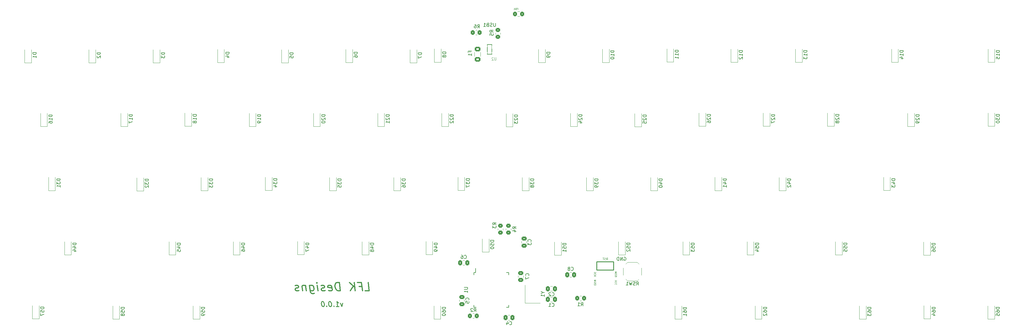
<source format=gbo>
G04 #@! TF.GenerationSoftware,KiCad,Pcbnew,(6.0.10)*
G04 #@! TF.CreationDate,2023-02-18T22:59:06-08:00*
G04 #@! TF.ProjectId,KeyboardM,4b657962-6f61-4726-944d-2e6b69636164,rev?*
G04 #@! TF.SameCoordinates,Original*
G04 #@! TF.FileFunction,Legend,Bot*
G04 #@! TF.FilePolarity,Positive*
%FSLAX46Y46*%
G04 Gerber Fmt 4.6, Leading zero omitted, Abs format (unit mm)*
G04 Created by KiCad (PCBNEW (6.0.10)) date 2023-02-18 22:59:06*
%MOMM*%
%LPD*%
G01*
G04 APERTURE LIST*
G04 Aperture macros list*
%AMRoundRect*
0 Rectangle with rounded corners*
0 $1 Rounding radius*
0 $2 $3 $4 $5 $6 $7 $8 $9 X,Y pos of 4 corners*
0 Add a 4 corners polygon primitive as box body*
4,1,4,$2,$3,$4,$5,$6,$7,$8,$9,$2,$3,0*
0 Add four circle primitives for the rounded corners*
1,1,$1+$1,$2,$3*
1,1,$1+$1,$4,$5*
1,1,$1+$1,$6,$7*
1,1,$1+$1,$8,$9*
0 Add four rect primitives between the rounded corners*
20,1,$1+$1,$2,$3,$4,$5,0*
20,1,$1+$1,$4,$5,$6,$7,0*
20,1,$1+$1,$6,$7,$8,$9,0*
20,1,$1+$1,$8,$9,$2,$3,0*%
G04 Aperture macros list end*
%ADD10C,0.250000*%
%ADD11C,0.350000*%
%ADD12C,0.150000*%
%ADD13C,0.070000*%
%ADD14C,0.080000*%
%ADD15C,0.090000*%
%ADD16C,0.120000*%
%ADD17C,1.750000*%
%ADD18C,3.987800*%
%ADD19C,2.250000*%
%ADD20C,1.905000*%
%ADD21R,1.905000X1.905000*%
%ADD22C,3.048000*%
%ADD23R,1.200000X0.900000*%
%ADD24RoundRect,0.250000X0.337500X0.475000X-0.337500X0.475000X-0.337500X-0.475000X0.337500X-0.475000X0*%
%ADD25RoundRect,0.250000X0.475000X-0.337500X0.475000X0.337500X-0.475000X0.337500X-0.475000X-0.337500X0*%
%ADD26C,1.700000*%
%ADD27R,1.700000X1.700000*%
%ADD28RoundRect,0.250000X-0.337500X-0.475000X0.337500X-0.475000X0.337500X0.475000X-0.337500X0.475000X0*%
%ADD29R,0.700000X1.000000*%
%ADD30R,0.700000X0.600000*%
%ADD31RoundRect,0.250000X-0.450000X0.350000X-0.450000X-0.350000X0.450000X-0.350000X0.450000X0.350000X0*%
%ADD32RoundRect,0.250000X0.350000X0.450000X-0.350000X0.450000X-0.350000X-0.450000X0.350000X-0.450000X0*%
%ADD33RoundRect,0.250000X0.325000X0.450000X-0.325000X0.450000X-0.325000X-0.450000X0.325000X-0.450000X0*%
%ADD34R,0.550000X1.500000*%
%ADD35R,1.500000X0.550000*%
%ADD36R,1.800000X1.100000*%
%ADD37RoundRect,0.250001X-0.624999X0.462499X-0.624999X-0.462499X0.624999X-0.462499X0.624999X0.462499X0*%
%ADD38RoundRect,0.250000X-0.475000X0.337500X-0.475000X-0.337500X0.475000X-0.337500X0.475000X0.337500X0*%
%ADD39R,1.800000X2.100000*%
%ADD40RoundRect,0.250000X-0.350000X-0.450000X0.350000X-0.450000X0.350000X0.450000X-0.350000X0.450000X0*%
%ADD41C,0.650000*%
%ADD42R,0.600000X2.450000*%
%ADD43R,0.300000X2.450000*%
G04 APERTURE END LIST*
D10*
X164362544Y-135568571D02*
X164130401Y-136568571D01*
X163648258Y-135568571D01*
X162416116Y-136568571D02*
X163273258Y-136568571D01*
X162844687Y-136568571D02*
X162657187Y-135068571D01*
X162826830Y-135282857D01*
X162987544Y-135425714D01*
X163139330Y-135497142D01*
X161755401Y-136425714D02*
X161692901Y-136497142D01*
X161773258Y-136568571D01*
X161835758Y-136497142D01*
X161755401Y-136425714D01*
X161773258Y-136568571D01*
X160585758Y-135068571D02*
X160442901Y-135068571D01*
X160308973Y-135140000D01*
X160246473Y-135211428D01*
X160192901Y-135354285D01*
X160157187Y-135640000D01*
X160201830Y-135997142D01*
X160308973Y-136282857D01*
X160398258Y-136425714D01*
X160478616Y-136497142D01*
X160630401Y-136568571D01*
X160773258Y-136568571D01*
X160907187Y-136497142D01*
X160969687Y-136425714D01*
X161023258Y-136282857D01*
X161058973Y-135997142D01*
X161014330Y-135640000D01*
X160907187Y-135354285D01*
X160817901Y-135211428D01*
X160737544Y-135140000D01*
X160585758Y-135068571D01*
X159612544Y-136425714D02*
X159550044Y-136497142D01*
X159630401Y-136568571D01*
X159692901Y-136497142D01*
X159612544Y-136425714D01*
X159630401Y-136568571D01*
X158442901Y-135068571D02*
X158300044Y-135068571D01*
X158166116Y-135140000D01*
X158103616Y-135211428D01*
X158050044Y-135354285D01*
X158014330Y-135640000D01*
X158058973Y-135997142D01*
X158166116Y-136282857D01*
X158255401Y-136425714D01*
X158335758Y-136497142D01*
X158487544Y-136568571D01*
X158630401Y-136568571D01*
X158764330Y-136497142D01*
X158826830Y-136425714D01*
X158880401Y-136282857D01*
X158916116Y-135997142D01*
X158871473Y-135640000D01*
X158764330Y-135354285D01*
X158675044Y-135211428D01*
X158594687Y-135140000D01*
X158442901Y-135068571D01*
D11*
X171070312Y-131940952D02*
X172260788Y-131940952D01*
X171948288Y-129440952D01*
X169239955Y-130631428D02*
X170073288Y-130631428D01*
X170236979Y-131940952D02*
X169924479Y-129440952D01*
X168734002Y-129440952D01*
X168094122Y-131940952D02*
X167781622Y-129440952D01*
X166665550Y-131940952D02*
X167558407Y-130512380D01*
X166353050Y-129440952D02*
X167960193Y-130869523D01*
X163689360Y-131940952D02*
X163376860Y-129440952D01*
X162781622Y-129440952D01*
X162439360Y-129560000D01*
X162231026Y-129798095D01*
X162141741Y-130036190D01*
X162082217Y-130512380D01*
X162126860Y-130869523D01*
X162305431Y-131345714D01*
X162454241Y-131583809D01*
X162722098Y-131821904D01*
X163094122Y-131940952D01*
X163689360Y-131940952D01*
X160222098Y-131821904D02*
X160475074Y-131940952D01*
X160951264Y-131940952D01*
X161174479Y-131821904D01*
X161263764Y-131583809D01*
X161144717Y-130631428D01*
X160995907Y-130393333D01*
X160742931Y-130274285D01*
X160266741Y-130274285D01*
X160043526Y-130393333D01*
X159954241Y-130631428D01*
X159984002Y-130869523D01*
X161204241Y-131107619D01*
X159150669Y-131821904D02*
X158927455Y-131940952D01*
X158451264Y-131940952D01*
X158198288Y-131821904D01*
X158049479Y-131583809D01*
X158034598Y-131464761D01*
X158123883Y-131226666D01*
X158347098Y-131107619D01*
X158704241Y-131107619D01*
X158927455Y-130988571D01*
X159016741Y-130750476D01*
X159001860Y-130631428D01*
X158853050Y-130393333D01*
X158600074Y-130274285D01*
X158242931Y-130274285D01*
X158019717Y-130393333D01*
X157022693Y-131940952D02*
X156814360Y-130274285D01*
X156710193Y-129440952D02*
X156844122Y-129560000D01*
X156739955Y-129679047D01*
X156606026Y-129560000D01*
X156710193Y-129440952D01*
X156739955Y-129679047D01*
X154552455Y-130274285D02*
X154805431Y-132298095D01*
X154954241Y-132536190D01*
X155088169Y-132655238D01*
X155341145Y-132774285D01*
X155698288Y-132774285D01*
X155921502Y-132655238D01*
X154745907Y-131821904D02*
X154998883Y-131940952D01*
X155475074Y-131940952D01*
X155698288Y-131821904D01*
X155802455Y-131702857D01*
X155891741Y-131464761D01*
X155802455Y-130750476D01*
X155653645Y-130512380D01*
X155519717Y-130393333D01*
X155266741Y-130274285D01*
X154790550Y-130274285D01*
X154567336Y-130393333D01*
X153361979Y-130274285D02*
X153570312Y-131940952D01*
X153391741Y-130512380D02*
X153257812Y-130393333D01*
X153004836Y-130274285D01*
X152647693Y-130274285D01*
X152424479Y-130393333D01*
X152335193Y-130631428D01*
X152498883Y-131940952D01*
X151412574Y-131821904D02*
X151189360Y-131940952D01*
X150713169Y-131940952D01*
X150460193Y-131821904D01*
X150311383Y-131583809D01*
X150296502Y-131464761D01*
X150385788Y-131226666D01*
X150609002Y-131107619D01*
X150966145Y-131107619D01*
X151189360Y-130988571D01*
X151278645Y-130750476D01*
X151263764Y-130631428D01*
X151114955Y-130393333D01*
X150861979Y-130274285D01*
X150504836Y-130274285D01*
X150281622Y-130393333D01*
D12*
X266348600Y-136875304D02*
X265348600Y-136875304D01*
X265348600Y-137113399D01*
X265396220Y-137256256D01*
X265491458Y-137351494D01*
X265586696Y-137399113D01*
X265777172Y-137446732D01*
X265920029Y-137446732D01*
X266110505Y-137399113D01*
X266205743Y-137351494D01*
X266300981Y-137256256D01*
X266348600Y-137113399D01*
X266348600Y-136875304D01*
X265348600Y-138303875D02*
X265348600Y-138113399D01*
X265396220Y-138018161D01*
X265443839Y-137970542D01*
X265586696Y-137875304D01*
X265777172Y-137827685D01*
X266158124Y-137827685D01*
X266253362Y-137875304D01*
X266300981Y-137922923D01*
X266348600Y-138018161D01*
X266348600Y-138208637D01*
X266300981Y-138303875D01*
X266253362Y-138351494D01*
X266158124Y-138399113D01*
X265920029Y-138399113D01*
X265824791Y-138351494D01*
X265777172Y-138303875D01*
X265729553Y-138208637D01*
X265729553Y-138018161D01*
X265777172Y-137922923D01*
X265824791Y-137875304D01*
X265920029Y-137827685D01*
X266348600Y-139351494D02*
X266348600Y-138780066D01*
X266348600Y-139065780D02*
X265348600Y-139065780D01*
X265491458Y-138970542D01*
X265586696Y-138875304D01*
X265634315Y-138780066D01*
X123437430Y-136815682D02*
X122437430Y-136815682D01*
X122437430Y-137053777D01*
X122485050Y-137196634D01*
X122580288Y-137291872D01*
X122675526Y-137339491D01*
X122866002Y-137387110D01*
X123008859Y-137387110D01*
X123199335Y-137339491D01*
X123294573Y-137291872D01*
X123389811Y-137196634D01*
X123437430Y-137053777D01*
X123437430Y-136815682D01*
X122437430Y-138291872D02*
X122437430Y-137815682D01*
X122913621Y-137768063D01*
X122866002Y-137815682D01*
X122818383Y-137910920D01*
X122818383Y-138149015D01*
X122866002Y-138244253D01*
X122913621Y-138291872D01*
X123008859Y-138339491D01*
X123246954Y-138339491D01*
X123342192Y-138291872D01*
X123389811Y-138244253D01*
X123437430Y-138149015D01*
X123437430Y-137910920D01*
X123389811Y-137815682D01*
X123342192Y-137768063D01*
X123437430Y-138815682D02*
X123437430Y-139006158D01*
X123389811Y-139101396D01*
X123342192Y-139149015D01*
X123199335Y-139244253D01*
X123008859Y-139291872D01*
X122627907Y-139291872D01*
X122532669Y-139244253D01*
X122485050Y-139196634D01*
X122437430Y-139101396D01*
X122437430Y-138910920D01*
X122485050Y-138815682D01*
X122532669Y-138768063D01*
X122627907Y-138720444D01*
X122866002Y-138720444D01*
X122961240Y-138768063D01*
X123008859Y-138815682D01*
X123056478Y-138910920D01*
X123056478Y-139101396D01*
X123008859Y-139196634D01*
X122961240Y-139244253D01*
X122866002Y-139291872D01*
X140087420Y-79655635D02*
X139087420Y-79655635D01*
X139087420Y-79893730D01*
X139135040Y-80036587D01*
X139230278Y-80131825D01*
X139325516Y-80179444D01*
X139515992Y-80227063D01*
X139658849Y-80227063D01*
X139849325Y-80179444D01*
X139944563Y-80131825D01*
X140039801Y-80036587D01*
X140087420Y-79893730D01*
X140087420Y-79655635D01*
X140087420Y-81179444D02*
X140087420Y-80608016D01*
X140087420Y-80893730D02*
X139087420Y-80893730D01*
X139230278Y-80798492D01*
X139325516Y-80703254D01*
X139373135Y-80608016D01*
X140087420Y-81655635D02*
X140087420Y-81846111D01*
X140039801Y-81941349D01*
X139992182Y-81988968D01*
X139849325Y-82084206D01*
X139658849Y-82131825D01*
X139277897Y-82131825D01*
X139182659Y-82084206D01*
X139135040Y-82036587D01*
X139087420Y-81941349D01*
X139087420Y-81750873D01*
X139135040Y-81655635D01*
X139182659Y-81608016D01*
X139277897Y-81560397D01*
X139515992Y-81560397D01*
X139611230Y-81608016D01*
X139658849Y-81655635D01*
X139706468Y-81750873D01*
X139706468Y-81941349D01*
X139658849Y-82036587D01*
X139611230Y-82084206D01*
X139515992Y-82131825D01*
X102017563Y-79654423D02*
X101017563Y-79654423D01*
X101017563Y-79892518D01*
X101065183Y-80035375D01*
X101160421Y-80130613D01*
X101255659Y-80178232D01*
X101446135Y-80225851D01*
X101588992Y-80225851D01*
X101779468Y-80178232D01*
X101874706Y-80130613D01*
X101969944Y-80035375D01*
X102017563Y-79892518D01*
X102017563Y-79654423D01*
X102017563Y-81178232D02*
X102017563Y-80606804D01*
X102017563Y-80892518D02*
X101017563Y-80892518D01*
X101160421Y-80797280D01*
X101255659Y-80702042D01*
X101303278Y-80606804D01*
X101017563Y-81511566D02*
X101017563Y-82178232D01*
X102017563Y-81749661D01*
X278214606Y-98701446D02*
X277214606Y-98701446D01*
X277214606Y-98939541D01*
X277262226Y-99082398D01*
X277357464Y-99177636D01*
X277452702Y-99225255D01*
X277643178Y-99272874D01*
X277786035Y-99272874D01*
X277976511Y-99225255D01*
X278071749Y-99177636D01*
X278166987Y-99082398D01*
X278214606Y-98939541D01*
X278214606Y-98701446D01*
X277547940Y-100130017D02*
X278214606Y-100130017D01*
X277166987Y-99891922D02*
X277881273Y-99653827D01*
X277881273Y-100272874D01*
X278214606Y-101177636D02*
X278214606Y-100606208D01*
X278214606Y-100891922D02*
X277214606Y-100891922D01*
X277357464Y-100796684D01*
X277452702Y-100701446D01*
X277500321Y-100606208D01*
X200443357Y-122285201D02*
X200490976Y-122332820D01*
X200633833Y-122380439D01*
X200729071Y-122380439D01*
X200871929Y-122332820D01*
X200967167Y-122237582D01*
X201014786Y-122142344D01*
X201062405Y-121951868D01*
X201062405Y-121809011D01*
X201014786Y-121618535D01*
X200967167Y-121523297D01*
X200871929Y-121428059D01*
X200729071Y-121380439D01*
X200633833Y-121380439D01*
X200490976Y-121428059D01*
X200443357Y-121475678D01*
X199586214Y-121380439D02*
X199776691Y-121380439D01*
X199871929Y-121428059D01*
X199919548Y-121475678D01*
X200014786Y-121618535D01*
X200062405Y-121809011D01*
X200062405Y-122189963D01*
X200014786Y-122285201D01*
X199967167Y-122332820D01*
X199871929Y-122380439D01*
X199681452Y-122380439D01*
X199586214Y-122332820D01*
X199538595Y-122285201D01*
X199490976Y-122189963D01*
X199490976Y-121951868D01*
X199538595Y-121856630D01*
X199586214Y-121809011D01*
X199681452Y-121761392D01*
X199871929Y-121761392D01*
X199967167Y-121809011D01*
X200014786Y-121856630D01*
X200062405Y-121951868D01*
X263949318Y-60560832D02*
X262949318Y-60560832D01*
X262949318Y-60798927D01*
X262996938Y-60941784D01*
X263092176Y-61037022D01*
X263187414Y-61084641D01*
X263377890Y-61132260D01*
X263520747Y-61132260D01*
X263711223Y-61084641D01*
X263806461Y-61037022D01*
X263901699Y-60941784D01*
X263949318Y-60798927D01*
X263949318Y-60560832D01*
X263949318Y-62084641D02*
X263949318Y-61513213D01*
X263949318Y-61798927D02*
X262949318Y-61798927D01*
X263092176Y-61703689D01*
X263187414Y-61608451D01*
X263235033Y-61513213D01*
X263949318Y-63037022D02*
X263949318Y-62465594D01*
X263949318Y-62751308D02*
X262949318Y-62751308D01*
X263092176Y-62656070D01*
X263187414Y-62560832D01*
X263235033Y-62465594D01*
X311571773Y-79621471D02*
X310571773Y-79621471D01*
X310571773Y-79859566D01*
X310619393Y-80002423D01*
X310714631Y-80097661D01*
X310809869Y-80145280D01*
X311000345Y-80192899D01*
X311143202Y-80192899D01*
X311333678Y-80145280D01*
X311428916Y-80097661D01*
X311524154Y-80002423D01*
X311571773Y-79859566D01*
X311571773Y-79621471D01*
X310667012Y-80573852D02*
X310619393Y-80621471D01*
X310571773Y-80716709D01*
X310571773Y-80954804D01*
X310619393Y-81050042D01*
X310667012Y-81097661D01*
X310762250Y-81145280D01*
X310857488Y-81145280D01*
X311000345Y-81097661D01*
X311571773Y-80526233D01*
X311571773Y-81145280D01*
X311000345Y-81716709D02*
X310952726Y-81621471D01*
X310905107Y-81573852D01*
X310809869Y-81526233D01*
X310762250Y-81526233D01*
X310667012Y-81573852D01*
X310619393Y-81621471D01*
X310571773Y-81716709D01*
X310571773Y-81907185D01*
X310619393Y-82002423D01*
X310667012Y-82050042D01*
X310762250Y-82097661D01*
X310809869Y-82097661D01*
X310905107Y-82050042D01*
X310952726Y-82002423D01*
X311000345Y-81907185D01*
X311000345Y-81716709D01*
X311047964Y-81621471D01*
X311095583Y-81573852D01*
X311190821Y-81526233D01*
X311381297Y-81526233D01*
X311476535Y-81573852D01*
X311524154Y-81621471D01*
X311571773Y-81716709D01*
X311571773Y-81907185D01*
X311524154Y-82002423D01*
X311476535Y-82050042D01*
X311381297Y-82097661D01*
X311190821Y-82097661D01*
X311095583Y-82050042D01*
X311047964Y-82002423D01*
X311000345Y-81907185D01*
X340125342Y-117839629D02*
X339125342Y-117839629D01*
X339125342Y-118077724D01*
X339172962Y-118220581D01*
X339268200Y-118315819D01*
X339363438Y-118363438D01*
X339553914Y-118411057D01*
X339696771Y-118411057D01*
X339887247Y-118363438D01*
X339982485Y-118315819D01*
X340077723Y-118220581D01*
X340125342Y-118077724D01*
X340125342Y-117839629D01*
X339125342Y-119315819D02*
X339125342Y-118839629D01*
X339601533Y-118792010D01*
X339553914Y-118839629D01*
X339506295Y-118934867D01*
X339506295Y-119172962D01*
X339553914Y-119268200D01*
X339601533Y-119315819D01*
X339696771Y-119363438D01*
X339934866Y-119363438D01*
X340030104Y-119315819D01*
X340077723Y-119268200D01*
X340125342Y-119172962D01*
X340125342Y-118934867D01*
X340077723Y-118839629D01*
X340030104Y-118792010D01*
X339125342Y-120220581D02*
X339125342Y-120030105D01*
X339172962Y-119934867D01*
X339220581Y-119887248D01*
X339363438Y-119792010D01*
X339553914Y-119744391D01*
X339934866Y-119744391D01*
X340030104Y-119792010D01*
X340077723Y-119839629D01*
X340125342Y-119934867D01*
X340125342Y-120125343D01*
X340077723Y-120220581D01*
X340030104Y-120268200D01*
X339934866Y-120315819D01*
X339696771Y-120315819D01*
X339601533Y-120268200D01*
X339553914Y-120220581D01*
X339506295Y-120125343D01*
X339506295Y-119934867D01*
X339553914Y-119839629D01*
X339601533Y-119792010D01*
X339696771Y-119744391D01*
X220188188Y-117322818D02*
X220235807Y-117275199D01*
X220283426Y-117132342D01*
X220283426Y-117037104D01*
X220235807Y-116894246D01*
X220140569Y-116799008D01*
X220045331Y-116751389D01*
X219854855Y-116703770D01*
X219711998Y-116703770D01*
X219521522Y-116751389D01*
X219426284Y-116799008D01*
X219331046Y-116894246D01*
X219283426Y-117037104D01*
X219283426Y-117132342D01*
X219331046Y-117275199D01*
X219378665Y-117322818D01*
X219283426Y-117656151D02*
X219283426Y-118275199D01*
X219664379Y-117941865D01*
X219664379Y-118084723D01*
X219711998Y-118179961D01*
X219759617Y-118227580D01*
X219854855Y-118275199D01*
X220092950Y-118275199D01*
X220188188Y-118227580D01*
X220235807Y-118179961D01*
X220283426Y-118084723D01*
X220283426Y-117799008D01*
X220235807Y-117703770D01*
X220188188Y-117656151D01*
X192495176Y-117746645D02*
X191495176Y-117746645D01*
X191495176Y-117984740D01*
X191542796Y-118127597D01*
X191638034Y-118222835D01*
X191733272Y-118270454D01*
X191923748Y-118318073D01*
X192066605Y-118318073D01*
X192257081Y-118270454D01*
X192352319Y-118222835D01*
X192447557Y-118127597D01*
X192495176Y-117984740D01*
X192495176Y-117746645D01*
X191828510Y-119175216D02*
X192495176Y-119175216D01*
X191447557Y-118937121D02*
X192161843Y-118699026D01*
X192161843Y-119318073D01*
X192495176Y-119746645D02*
X192495176Y-119937121D01*
X192447557Y-120032359D01*
X192399938Y-120079978D01*
X192257081Y-120175216D01*
X192066605Y-120222835D01*
X191685653Y-120222835D01*
X191590415Y-120175216D01*
X191542796Y-120127597D01*
X191495176Y-120032359D01*
X191495176Y-119841883D01*
X191542796Y-119746645D01*
X191590415Y-119699026D01*
X191685653Y-119651407D01*
X191923748Y-119651407D01*
X192018986Y-119699026D01*
X192066605Y-119746645D01*
X192114224Y-119841883D01*
X192114224Y-120032359D01*
X192066605Y-120127597D01*
X192018986Y-120175216D01*
X191923748Y-120222835D01*
X209221130Y-116975147D02*
X208221130Y-116975147D01*
X208221130Y-117213242D01*
X208268750Y-117356099D01*
X208363988Y-117451337D01*
X208459226Y-117498956D01*
X208649702Y-117546575D01*
X208792559Y-117546575D01*
X208983035Y-117498956D01*
X209078273Y-117451337D01*
X209173511Y-117356099D01*
X209221130Y-117213242D01*
X209221130Y-116975147D01*
X208221130Y-118451337D02*
X208221130Y-117975147D01*
X208697321Y-117927528D01*
X208649702Y-117975147D01*
X208602083Y-118070385D01*
X208602083Y-118308480D01*
X208649702Y-118403718D01*
X208697321Y-118451337D01*
X208792559Y-118498956D01*
X209030654Y-118498956D01*
X209125892Y-118451337D01*
X209173511Y-118403718D01*
X209221130Y-118308480D01*
X209221130Y-118070385D01*
X209173511Y-117975147D01*
X209125892Y-117927528D01*
X208221130Y-119118004D02*
X208221130Y-119213242D01*
X208268750Y-119308480D01*
X208316369Y-119356099D01*
X208411607Y-119403718D01*
X208602083Y-119451337D01*
X208840178Y-119451337D01*
X209030654Y-119403718D01*
X209125892Y-119356099D01*
X209173511Y-119308480D01*
X209221130Y-119213242D01*
X209221130Y-119118004D01*
X209173511Y-119022766D01*
X209125892Y-118975147D01*
X209030654Y-118927528D01*
X208840178Y-118879909D01*
X208602083Y-118879909D01*
X208411607Y-118927528D01*
X208316369Y-118975147D01*
X208268750Y-119022766D01*
X208221130Y-119118004D01*
X216281972Y-79761420D02*
X215281972Y-79761420D01*
X215281972Y-79999515D01*
X215329592Y-80142372D01*
X215424830Y-80237610D01*
X215520068Y-80285229D01*
X215710544Y-80332848D01*
X215853401Y-80332848D01*
X216043877Y-80285229D01*
X216139115Y-80237610D01*
X216234353Y-80142372D01*
X216281972Y-79999515D01*
X216281972Y-79761420D01*
X215377211Y-80713801D02*
X215329592Y-80761420D01*
X215281972Y-80856658D01*
X215281972Y-81094753D01*
X215329592Y-81189991D01*
X215377211Y-81237610D01*
X215472449Y-81285229D01*
X215567687Y-81285229D01*
X215710544Y-81237610D01*
X216281972Y-80666182D01*
X216281972Y-81285229D01*
X215281972Y-81618563D02*
X215281972Y-82237610D01*
X215662925Y-81904277D01*
X215662925Y-82047134D01*
X215710544Y-82142372D01*
X215758163Y-82189991D01*
X215853401Y-82237610D01*
X216091496Y-82237610D01*
X216186734Y-82189991D01*
X216234353Y-82142372D01*
X216281972Y-82047134D01*
X216281972Y-81761420D01*
X216234353Y-81666182D01*
X216186734Y-81618563D01*
X297256317Y-98714511D02*
X296256317Y-98714511D01*
X296256317Y-98952606D01*
X296303937Y-99095463D01*
X296399175Y-99190701D01*
X296494413Y-99238320D01*
X296684889Y-99285939D01*
X296827746Y-99285939D01*
X297018222Y-99238320D01*
X297113460Y-99190701D01*
X297208698Y-99095463D01*
X297256317Y-98952606D01*
X297256317Y-98714511D01*
X296589651Y-100143082D02*
X297256317Y-100143082D01*
X296208698Y-99904987D02*
X296922984Y-99666892D01*
X296922984Y-100285939D01*
X296351556Y-100619273D02*
X296303937Y-100666892D01*
X296256317Y-100762130D01*
X296256317Y-101000225D01*
X296303937Y-101095463D01*
X296351556Y-101143082D01*
X296446794Y-101190701D01*
X296542032Y-101190701D01*
X296684889Y-101143082D01*
X297256317Y-100571654D01*
X297256317Y-101190701D01*
X359187305Y-79620947D02*
X358187305Y-79620947D01*
X358187305Y-79859042D01*
X358234925Y-80001899D01*
X358330163Y-80097137D01*
X358425401Y-80144756D01*
X358615877Y-80192375D01*
X358758734Y-80192375D01*
X358949210Y-80144756D01*
X359044448Y-80097137D01*
X359139686Y-80001899D01*
X359187305Y-79859042D01*
X359187305Y-79620947D01*
X358187305Y-80525709D02*
X358187305Y-81144756D01*
X358568258Y-80811423D01*
X358568258Y-80954280D01*
X358615877Y-81049518D01*
X358663496Y-81097137D01*
X358758734Y-81144756D01*
X358996829Y-81144756D01*
X359092067Y-81097137D01*
X359139686Y-81049518D01*
X359187305Y-80954280D01*
X359187305Y-80668566D01*
X359139686Y-80573328D01*
X359092067Y-80525709D01*
X358187305Y-81763804D02*
X358187305Y-81859042D01*
X358234925Y-81954280D01*
X358282544Y-82001899D01*
X358377782Y-82049518D01*
X358568258Y-82097137D01*
X358806353Y-82097137D01*
X358996829Y-82049518D01*
X359092067Y-82001899D01*
X359139686Y-81954280D01*
X359187305Y-81859042D01*
X359187305Y-81763804D01*
X359139686Y-81668566D01*
X359092067Y-81620947D01*
X358996829Y-81573328D01*
X358806353Y-81525709D01*
X358568258Y-81525709D01*
X358377782Y-81573328D01*
X358282544Y-81620947D01*
X358234925Y-81668566D01*
X358187305Y-81763804D01*
X268692483Y-117783752D02*
X267692483Y-117783752D01*
X267692483Y-118021847D01*
X267740103Y-118164704D01*
X267835341Y-118259942D01*
X267930579Y-118307561D01*
X268121055Y-118355180D01*
X268263912Y-118355180D01*
X268454388Y-118307561D01*
X268549626Y-118259942D01*
X268644864Y-118164704D01*
X268692483Y-118021847D01*
X268692483Y-117783752D01*
X267692483Y-119259942D02*
X267692483Y-118783752D01*
X268168674Y-118736133D01*
X268121055Y-118783752D01*
X268073436Y-118878990D01*
X268073436Y-119117085D01*
X268121055Y-119212323D01*
X268168674Y-119259942D01*
X268263912Y-119307561D01*
X268502007Y-119307561D01*
X268597245Y-119259942D01*
X268644864Y-119212323D01*
X268692483Y-119117085D01*
X268692483Y-118878990D01*
X268644864Y-118783752D01*
X268597245Y-118736133D01*
X267692483Y-119640895D02*
X267692483Y-120259942D01*
X268073436Y-119926609D01*
X268073436Y-120069466D01*
X268121055Y-120164704D01*
X268168674Y-120212323D01*
X268263912Y-120259942D01*
X268502007Y-120259942D01*
X268597245Y-120212323D01*
X268644864Y-120164704D01*
X268692483Y-120069466D01*
X268692483Y-119783752D01*
X268644864Y-119688514D01*
X268597245Y-119640895D01*
D13*
X245588093Y-126239782D02*
X245088093Y-126239782D01*
X245445236Y-126406449D01*
X245088093Y-126573116D01*
X245588093Y-126573116D01*
X245088093Y-126906449D02*
X245088093Y-127001687D01*
X245111903Y-127049306D01*
X245159522Y-127096925D01*
X245254760Y-127120735D01*
X245421426Y-127120735D01*
X245516664Y-127096925D01*
X245564283Y-127049306D01*
X245588093Y-127001687D01*
X245588093Y-126906449D01*
X245564283Y-126858830D01*
X245516664Y-126811211D01*
X245421426Y-126787401D01*
X245254760Y-126787401D01*
X245159522Y-126811211D01*
X245111903Y-126858830D01*
X245088093Y-126906449D01*
X245564283Y-127311211D02*
X245588093Y-127382639D01*
X245588093Y-127501687D01*
X245564283Y-127549306D01*
X245540474Y-127573116D01*
X245492855Y-127596925D01*
X245445236Y-127596925D01*
X245397617Y-127573116D01*
X245373807Y-127549306D01*
X245349998Y-127501687D01*
X245326188Y-127406449D01*
X245302379Y-127358830D01*
X245278569Y-127335020D01*
X245230950Y-127311211D01*
X245183331Y-127311211D01*
X245135712Y-127335020D01*
X245111903Y-127358830D01*
X245088093Y-127406449D01*
X245088093Y-127525497D01*
X245111903Y-127596925D01*
X245588093Y-127811211D02*
X245088093Y-127811211D01*
X239382934Y-126368297D02*
X239406744Y-126439726D01*
X239406744Y-126558774D01*
X239382934Y-126606393D01*
X239359125Y-126630202D01*
X239311506Y-126654012D01*
X239263887Y-126654012D01*
X239216268Y-126630202D01*
X239192458Y-126606393D01*
X239168649Y-126558774D01*
X239144839Y-126463535D01*
X239121030Y-126415916D01*
X239097220Y-126392107D01*
X239049601Y-126368297D01*
X239001982Y-126368297D01*
X238954363Y-126392107D01*
X238930554Y-126415916D01*
X238906744Y-126463535D01*
X238906744Y-126582583D01*
X238930554Y-126654012D01*
X239359125Y-127154012D02*
X239382934Y-127130202D01*
X239406744Y-127058774D01*
X239406744Y-127011155D01*
X239382934Y-126939726D01*
X239335315Y-126892107D01*
X239287696Y-126868297D01*
X239192458Y-126844488D01*
X239121030Y-126844488D01*
X239025792Y-126868297D01*
X238978173Y-126892107D01*
X238930554Y-126939726D01*
X238906744Y-127011155D01*
X238906744Y-127058774D01*
X238930554Y-127130202D01*
X238954363Y-127154012D01*
X239406744Y-127368297D02*
X238906744Y-127368297D01*
X239406744Y-127654012D02*
X239121030Y-127439726D01*
X238906744Y-127654012D02*
X239192458Y-127368297D01*
X239435428Y-128663559D02*
X238935428Y-128663559D01*
X239292571Y-128830226D01*
X238935428Y-128996893D01*
X239435428Y-128996893D01*
X239435428Y-129234988D02*
X238935428Y-129234988D01*
X239411618Y-129449274D02*
X239435428Y-129520702D01*
X239435428Y-129639750D01*
X239411618Y-129687369D01*
X239387809Y-129711178D01*
X239340190Y-129734988D01*
X239292571Y-129734988D01*
X239244952Y-129711178D01*
X239221142Y-129687369D01*
X239197333Y-129639750D01*
X239173523Y-129544512D01*
X239149714Y-129496893D01*
X239125904Y-129473083D01*
X239078285Y-129449274D01*
X239030666Y-129449274D01*
X238983047Y-129473083D01*
X238959238Y-129496893D01*
X238935428Y-129544512D01*
X238935428Y-129663559D01*
X238959238Y-129734988D01*
X238935428Y-130044512D02*
X238935428Y-130139750D01*
X238959238Y-130187369D01*
X239006857Y-130234988D01*
X239102095Y-130258797D01*
X239268761Y-130258797D01*
X239363999Y-130234988D01*
X239411618Y-130187369D01*
X239435428Y-130139750D01*
X239435428Y-130044512D01*
X239411618Y-129996893D01*
X239363999Y-129949274D01*
X239268761Y-129925464D01*
X239102095Y-129925464D01*
X239006857Y-129949274D01*
X238959238Y-129996893D01*
X238935428Y-130044512D01*
X245102435Y-128782607D02*
X245602435Y-128949274D01*
X245102435Y-129115940D01*
X245554816Y-129568321D02*
X245578625Y-129544512D01*
X245602435Y-129473083D01*
X245602435Y-129425464D01*
X245578625Y-129354035D01*
X245531006Y-129306416D01*
X245483387Y-129282607D01*
X245388149Y-129258797D01*
X245316721Y-129258797D01*
X245221483Y-129282607D01*
X245173864Y-129306416D01*
X245126245Y-129354035D01*
X245102435Y-129425464D01*
X245102435Y-129473083D01*
X245126245Y-129544512D01*
X245150054Y-129568321D01*
X245554816Y-130068321D02*
X245578625Y-130044512D01*
X245602435Y-129973083D01*
X245602435Y-129925464D01*
X245578625Y-129854035D01*
X245531006Y-129806416D01*
X245483387Y-129782607D01*
X245388149Y-129758797D01*
X245316721Y-129758797D01*
X245221483Y-129782607D01*
X245173864Y-129806416D01*
X245126245Y-129854035D01*
X245102435Y-129925464D01*
X245102435Y-129973083D01*
X245126245Y-130044512D01*
X245150054Y-130068321D01*
D12*
X247817742Y-121998245D02*
X247912980Y-121950625D01*
X248055838Y-121950625D01*
X248198695Y-121998245D01*
X248293933Y-122093483D01*
X248341552Y-122188721D01*
X248389171Y-122379197D01*
X248389171Y-122522054D01*
X248341552Y-122712530D01*
X248293933Y-122807768D01*
X248198695Y-122903006D01*
X248055838Y-122950625D01*
X247960599Y-122950625D01*
X247817742Y-122903006D01*
X247770123Y-122855387D01*
X247770123Y-122522054D01*
X247960599Y-122522054D01*
X247341552Y-122950625D02*
X247341552Y-121950625D01*
X246770123Y-122950625D01*
X246770123Y-121950625D01*
X246293933Y-122950625D02*
X246293933Y-121950625D01*
X246055838Y-121950625D01*
X245912980Y-121998245D01*
X245817742Y-122093483D01*
X245770123Y-122188721D01*
X245722504Y-122379197D01*
X245722504Y-122522054D01*
X245770123Y-122712530D01*
X245817742Y-122807768D01*
X245912980Y-122903006D01*
X246055838Y-122950625D01*
X246293933Y-122950625D01*
D14*
X242530422Y-122736821D02*
X242730422Y-122451107D01*
X242873279Y-122736821D02*
X242873279Y-122136821D01*
X242644708Y-122136821D01*
X242587565Y-122165393D01*
X242558993Y-122193964D01*
X242530422Y-122251107D01*
X242530422Y-122336821D01*
X242558993Y-122393964D01*
X242587565Y-122422535D01*
X242644708Y-122451107D01*
X242873279Y-122451107D01*
X242301851Y-122708250D02*
X242216136Y-122736821D01*
X242073279Y-122736821D01*
X242016136Y-122708250D01*
X241987565Y-122679678D01*
X241958993Y-122622535D01*
X241958993Y-122565393D01*
X241987565Y-122508250D01*
X242016136Y-122479678D01*
X242073279Y-122451107D01*
X242187565Y-122422535D01*
X242244708Y-122393964D01*
X242273279Y-122365393D01*
X242301851Y-122308250D01*
X242301851Y-122251107D01*
X242273279Y-122193964D01*
X242244708Y-122165393D01*
X242187565Y-122136821D01*
X242044708Y-122136821D01*
X241958993Y-122165393D01*
X241787565Y-122136821D02*
X241444708Y-122136821D01*
X241616136Y-122736821D02*
X241616136Y-122136821D01*
D12*
X92546130Y-61274404D02*
X91546130Y-61274404D01*
X91546130Y-61512500D01*
X91593750Y-61655357D01*
X91688988Y-61750595D01*
X91784226Y-61798214D01*
X91974702Y-61845833D01*
X92117559Y-61845833D01*
X92308035Y-61798214D01*
X92403273Y-61750595D01*
X92498511Y-61655357D01*
X92546130Y-61512500D01*
X92546130Y-61274404D01*
X91641369Y-62226785D02*
X91593750Y-62274404D01*
X91546130Y-62369642D01*
X91546130Y-62607738D01*
X91593750Y-62702976D01*
X91641369Y-62750595D01*
X91736607Y-62798214D01*
X91831845Y-62798214D01*
X91974702Y-62750595D01*
X92546130Y-62179166D01*
X92546130Y-62798214D01*
X187796130Y-61324404D02*
X186796130Y-61324404D01*
X186796130Y-61562500D01*
X186843750Y-61705357D01*
X186938988Y-61800595D01*
X187034226Y-61848214D01*
X187224702Y-61895833D01*
X187367559Y-61895833D01*
X187558035Y-61848214D01*
X187653273Y-61800595D01*
X187748511Y-61705357D01*
X187796130Y-61562500D01*
X187796130Y-61324404D01*
X186796130Y-62229166D02*
X186796130Y-62895833D01*
X187796130Y-62467261D01*
X226448579Y-133340766D02*
X226496198Y-133388385D01*
X226639055Y-133436004D01*
X226734293Y-133436004D01*
X226877151Y-133388385D01*
X226972389Y-133293147D01*
X227020008Y-133197909D01*
X227067627Y-133007433D01*
X227067627Y-132864576D01*
X227020008Y-132674100D01*
X226972389Y-132578862D01*
X226877151Y-132483624D01*
X226734293Y-132436004D01*
X226639055Y-132436004D01*
X226496198Y-132483624D01*
X226448579Y-132531243D01*
X226067627Y-132531243D02*
X226020008Y-132483624D01*
X225924770Y-132436004D01*
X225686674Y-132436004D01*
X225591436Y-132483624D01*
X225543817Y-132531243D01*
X225496198Y-132626481D01*
X225496198Y-132721719D01*
X225543817Y-132864576D01*
X226115246Y-133436004D01*
X225496198Y-133436004D01*
D15*
X209809991Y-62675629D02*
X209809991Y-63323248D01*
X209771896Y-63399439D01*
X209733801Y-63437534D01*
X209657610Y-63475629D01*
X209505229Y-63475629D01*
X209429039Y-63437534D01*
X209390944Y-63399439D01*
X209352848Y-63323248D01*
X209352848Y-62675629D01*
X209009991Y-62751820D02*
X208971896Y-62713725D01*
X208895706Y-62675629D01*
X208705229Y-62675629D01*
X208629039Y-62713725D01*
X208590944Y-62751820D01*
X208552848Y-62828010D01*
X208552848Y-62904201D01*
X208590944Y-63018486D01*
X209048087Y-63475629D01*
X208552848Y-63475629D01*
D12*
X240107758Y-98737148D02*
X239107758Y-98737148D01*
X239107758Y-98975243D01*
X239155378Y-99118100D01*
X239250616Y-99213338D01*
X239345854Y-99260957D01*
X239536330Y-99308576D01*
X239679187Y-99308576D01*
X239869663Y-99260957D01*
X239964901Y-99213338D01*
X240060139Y-99118100D01*
X240107758Y-98975243D01*
X240107758Y-98737148D01*
X239107758Y-99641910D02*
X239107758Y-100260957D01*
X239488711Y-99927624D01*
X239488711Y-100070481D01*
X239536330Y-100165719D01*
X239583949Y-100213338D01*
X239679187Y-100260957D01*
X239917282Y-100260957D01*
X240012520Y-100213338D01*
X240060139Y-100165719D01*
X240107758Y-100070481D01*
X240107758Y-99784767D01*
X240060139Y-99689529D01*
X240012520Y-99641910D01*
X240107758Y-100737148D02*
X240107758Y-100927624D01*
X240060139Y-101022862D01*
X240012520Y-101070481D01*
X239869663Y-101165719D01*
X239679187Y-101213338D01*
X239298235Y-101213338D01*
X239202997Y-101165719D01*
X239155378Y-101118100D01*
X239107758Y-101022862D01*
X239107758Y-100832386D01*
X239155378Y-100737148D01*
X239202997Y-100689529D01*
X239298235Y-100641910D01*
X239536330Y-100641910D01*
X239631568Y-100689529D01*
X239679187Y-100737148D01*
X239726806Y-100832386D01*
X239726806Y-101022862D01*
X239679187Y-101118100D01*
X239631568Y-101165719D01*
X239536330Y-101213338D01*
X85319971Y-117758267D02*
X84319971Y-117758267D01*
X84319971Y-117996362D01*
X84367591Y-118139219D01*
X84462829Y-118234457D01*
X84558067Y-118282076D01*
X84748543Y-118329695D01*
X84891400Y-118329695D01*
X85081876Y-118282076D01*
X85177114Y-118234457D01*
X85272352Y-118139219D01*
X85319971Y-117996362D01*
X85319971Y-117758267D01*
X84653305Y-119186838D02*
X85319971Y-119186838D01*
X84272352Y-118948743D02*
X84986638Y-118710648D01*
X84986638Y-119329695D01*
X84653305Y-120139219D02*
X85319971Y-120139219D01*
X84272352Y-119901124D02*
X84986638Y-119663029D01*
X84986638Y-120282076D01*
X254435316Y-79781935D02*
X253435316Y-79781935D01*
X253435316Y-80020030D01*
X253482936Y-80162887D01*
X253578174Y-80258125D01*
X253673412Y-80305744D01*
X253863888Y-80353363D01*
X254006745Y-80353363D01*
X254197221Y-80305744D01*
X254292459Y-80258125D01*
X254387697Y-80162887D01*
X254435316Y-80020030D01*
X254435316Y-79781935D01*
X253530555Y-80734316D02*
X253482936Y-80781935D01*
X253435316Y-80877173D01*
X253435316Y-81115268D01*
X253482936Y-81210506D01*
X253530555Y-81258125D01*
X253625793Y-81305744D01*
X253721031Y-81305744D01*
X253863888Y-81258125D01*
X254435316Y-80686697D01*
X254435316Y-81305744D01*
X253435316Y-82210506D02*
X253435316Y-81734316D01*
X253911507Y-81686697D01*
X253863888Y-81734316D01*
X253816269Y-81829554D01*
X253816269Y-82067649D01*
X253863888Y-82162887D01*
X253911507Y-82210506D01*
X254006745Y-82258125D01*
X254244840Y-82258125D01*
X254340078Y-82210506D01*
X254387697Y-82162887D01*
X254435316Y-82067649D01*
X254435316Y-81829554D01*
X254387697Y-81734316D01*
X254340078Y-81686697D01*
X111596130Y-61274404D02*
X110596130Y-61274404D01*
X110596130Y-61512500D01*
X110643750Y-61655357D01*
X110738988Y-61750595D01*
X110834226Y-61798214D01*
X111024702Y-61845833D01*
X111167559Y-61845833D01*
X111358035Y-61798214D01*
X111453273Y-61750595D01*
X111548511Y-61655357D01*
X111596130Y-61512500D01*
X111596130Y-61274404D01*
X110596130Y-62179166D02*
X110596130Y-62798214D01*
X110977083Y-62464880D01*
X110977083Y-62607738D01*
X111024702Y-62702976D01*
X111072321Y-62750595D01*
X111167559Y-62798214D01*
X111405654Y-62798214D01*
X111500892Y-62750595D01*
X111548511Y-62702976D01*
X111596130Y-62607738D01*
X111596130Y-62322023D01*
X111548511Y-62226785D01*
X111500892Y-62179166D01*
X116283149Y-117816613D02*
X115283149Y-117816613D01*
X115283149Y-118054708D01*
X115330769Y-118197565D01*
X115426007Y-118292803D01*
X115521245Y-118340422D01*
X115711721Y-118388041D01*
X115854578Y-118388041D01*
X116045054Y-118340422D01*
X116140292Y-118292803D01*
X116235530Y-118197565D01*
X116283149Y-118054708D01*
X116283149Y-117816613D01*
X115616483Y-119245184D02*
X116283149Y-119245184D01*
X115235530Y-119007089D02*
X115949816Y-118768994D01*
X115949816Y-119388041D01*
X115283149Y-120245184D02*
X115283149Y-119768994D01*
X115759340Y-119721375D01*
X115711721Y-119768994D01*
X115664102Y-119864232D01*
X115664102Y-120102327D01*
X115711721Y-120197565D01*
X115759340Y-120245184D01*
X115854578Y-120292803D01*
X116092673Y-120292803D01*
X116187911Y-120245184D01*
X116235530Y-120197565D01*
X116283149Y-120102327D01*
X116283149Y-119864232D01*
X116235530Y-119768994D01*
X116187911Y-119721375D01*
X121018116Y-79637629D02*
X120018116Y-79637629D01*
X120018116Y-79875724D01*
X120065736Y-80018581D01*
X120160974Y-80113819D01*
X120256212Y-80161438D01*
X120446688Y-80209057D01*
X120589545Y-80209057D01*
X120780021Y-80161438D01*
X120875259Y-80113819D01*
X120970497Y-80018581D01*
X121018116Y-79875724D01*
X121018116Y-79637629D01*
X121018116Y-81161438D02*
X121018116Y-80590010D01*
X121018116Y-80875724D02*
X120018116Y-80875724D01*
X120160974Y-80780486D01*
X120256212Y-80685248D01*
X120303831Y-80590010D01*
X120446688Y-81732867D02*
X120399069Y-81637629D01*
X120351450Y-81590010D01*
X120256212Y-81542391D01*
X120208593Y-81542391D01*
X120113355Y-81590010D01*
X120065736Y-81637629D01*
X120018116Y-81732867D01*
X120018116Y-81923343D01*
X120065736Y-82018581D01*
X120113355Y-82066200D01*
X120208593Y-82113819D01*
X120256212Y-82113819D01*
X120351450Y-82066200D01*
X120399069Y-82018581D01*
X120446688Y-81923343D01*
X120446688Y-81732867D01*
X120494307Y-81637629D01*
X120541926Y-81590010D01*
X120637164Y-81542391D01*
X120827640Y-81542391D01*
X120922878Y-81590010D01*
X120970497Y-81637629D01*
X121018116Y-81732867D01*
X121018116Y-81923343D01*
X120970497Y-82018581D01*
X120922878Y-82066200D01*
X120827640Y-82113819D01*
X120637164Y-82113819D01*
X120541926Y-82066200D01*
X120494307Y-82018581D01*
X120446688Y-81923343D01*
X221057953Y-98736757D02*
X220057953Y-98736757D01*
X220057953Y-98974852D01*
X220105573Y-99117709D01*
X220200811Y-99212947D01*
X220296049Y-99260566D01*
X220486525Y-99308185D01*
X220629382Y-99308185D01*
X220819858Y-99260566D01*
X220915096Y-99212947D01*
X221010334Y-99117709D01*
X221057953Y-98974852D01*
X221057953Y-98736757D01*
X220057953Y-99641519D02*
X220057953Y-100260566D01*
X220438906Y-99927233D01*
X220438906Y-100070090D01*
X220486525Y-100165328D01*
X220534144Y-100212947D01*
X220629382Y-100260566D01*
X220867477Y-100260566D01*
X220962715Y-100212947D01*
X221010334Y-100165328D01*
X221057953Y-100070090D01*
X221057953Y-99784376D01*
X221010334Y-99689138D01*
X220962715Y-99641519D01*
X220486525Y-100831995D02*
X220438906Y-100736757D01*
X220391287Y-100689138D01*
X220296049Y-100641519D01*
X220248430Y-100641519D01*
X220153192Y-100689138D01*
X220105573Y-100736757D01*
X220057953Y-100831995D01*
X220057953Y-101022471D01*
X220105573Y-101117709D01*
X220153192Y-101165328D01*
X220248430Y-101212947D01*
X220296049Y-101212947D01*
X220391287Y-101165328D01*
X220438906Y-101117709D01*
X220486525Y-101022471D01*
X220486525Y-100831995D01*
X220534144Y-100736757D01*
X220581763Y-100689138D01*
X220677001Y-100641519D01*
X220867477Y-100641519D01*
X220962715Y-100689138D01*
X221010334Y-100736757D01*
X221057953Y-100831995D01*
X221057953Y-101022471D01*
X221010334Y-101117709D01*
X220962715Y-101165328D01*
X220867477Y-101212947D01*
X220677001Y-101212947D01*
X220581763Y-101165328D01*
X220534144Y-101117709D01*
X220486525Y-101022471D01*
X173585845Y-117823834D02*
X172585845Y-117823834D01*
X172585845Y-118061929D01*
X172633465Y-118204786D01*
X172728703Y-118300024D01*
X172823941Y-118347643D01*
X173014417Y-118395262D01*
X173157274Y-118395262D01*
X173347750Y-118347643D01*
X173442988Y-118300024D01*
X173538226Y-118204786D01*
X173585845Y-118061929D01*
X173585845Y-117823834D01*
X172919179Y-119252405D02*
X173585845Y-119252405D01*
X172538226Y-119014310D02*
X173252512Y-118776215D01*
X173252512Y-119395262D01*
X173014417Y-119919072D02*
X172966798Y-119823834D01*
X172919179Y-119776215D01*
X172823941Y-119728596D01*
X172776322Y-119728596D01*
X172681084Y-119776215D01*
X172633465Y-119823834D01*
X172585845Y-119919072D01*
X172585845Y-120109548D01*
X172633465Y-120204786D01*
X172681084Y-120252405D01*
X172776322Y-120300024D01*
X172823941Y-120300024D01*
X172919179Y-120252405D01*
X172966798Y-120204786D01*
X173014417Y-120109548D01*
X173014417Y-119919072D01*
X173062036Y-119823834D01*
X173109655Y-119776215D01*
X173204893Y-119728596D01*
X173395369Y-119728596D01*
X173490607Y-119776215D01*
X173538226Y-119823834D01*
X173585845Y-119919072D01*
X173585845Y-120109548D01*
X173538226Y-120204786D01*
X173490607Y-120252405D01*
X173395369Y-120300024D01*
X173204893Y-120300024D01*
X173109655Y-120252405D01*
X173062036Y-120204786D01*
X173014417Y-120109548D01*
X209872029Y-112309239D02*
X209395839Y-111975906D01*
X209872029Y-111737810D02*
X208872029Y-111737810D01*
X208872029Y-112118763D01*
X208919649Y-112214001D01*
X208967268Y-112261620D01*
X209062506Y-112309239D01*
X209205363Y-112309239D01*
X209300601Y-112261620D01*
X209348220Y-112214001D01*
X209395839Y-112118763D01*
X209395839Y-111737810D01*
X208872029Y-112642572D02*
X208872029Y-113261620D01*
X209252982Y-112928286D01*
X209252982Y-113071144D01*
X209300601Y-113166382D01*
X209348220Y-113214001D01*
X209443458Y-113261620D01*
X209681553Y-113261620D01*
X209776791Y-113214001D01*
X209824410Y-113166382D01*
X209872029Y-113071144D01*
X209872029Y-112785429D01*
X209824410Y-112690191D01*
X209776791Y-112642572D01*
X313952888Y-117796631D02*
X312952888Y-117796631D01*
X312952888Y-118034726D01*
X313000508Y-118177583D01*
X313095746Y-118272821D01*
X313190984Y-118320440D01*
X313381460Y-118368059D01*
X313524317Y-118368059D01*
X313714793Y-118320440D01*
X313810031Y-118272821D01*
X313905269Y-118177583D01*
X313952888Y-118034726D01*
X313952888Y-117796631D01*
X312952888Y-119272821D02*
X312952888Y-118796631D01*
X313429079Y-118749012D01*
X313381460Y-118796631D01*
X313333841Y-118891869D01*
X313333841Y-119129964D01*
X313381460Y-119225202D01*
X313429079Y-119272821D01*
X313524317Y-119320440D01*
X313762412Y-119320440D01*
X313857650Y-119272821D01*
X313905269Y-119225202D01*
X313952888Y-119129964D01*
X313952888Y-118891869D01*
X313905269Y-118796631D01*
X313857650Y-118749012D01*
X312952888Y-120225202D02*
X312952888Y-119749012D01*
X313429079Y-119701393D01*
X313381460Y-119749012D01*
X313333841Y-119844250D01*
X313333841Y-120082345D01*
X313381460Y-120177583D01*
X313429079Y-120225202D01*
X313524317Y-120272821D01*
X313762412Y-120272821D01*
X313857650Y-120225202D01*
X313905269Y-120177583D01*
X313952888Y-120082345D01*
X313952888Y-119844250D01*
X313905269Y-119749012D01*
X313857650Y-119701393D01*
X73489880Y-61261904D02*
X72489880Y-61261904D01*
X72489880Y-61500000D01*
X72537500Y-61642857D01*
X72632738Y-61738095D01*
X72727976Y-61785714D01*
X72918452Y-61833333D01*
X73061309Y-61833333D01*
X73251785Y-61785714D01*
X73347023Y-61738095D01*
X73442261Y-61642857D01*
X73489880Y-61500000D01*
X73489880Y-61261904D01*
X73489880Y-62785714D02*
X73489880Y-62214285D01*
X73489880Y-62500000D02*
X72489880Y-62500000D01*
X72632738Y-62404761D01*
X72727976Y-62309523D01*
X72775595Y-62214285D01*
X149696130Y-61324404D02*
X148696130Y-61324404D01*
X148696130Y-61562500D01*
X148743750Y-61705357D01*
X148838988Y-61800595D01*
X148934226Y-61848214D01*
X149124702Y-61895833D01*
X149267559Y-61895833D01*
X149458035Y-61848214D01*
X149553273Y-61800595D01*
X149648511Y-61705357D01*
X149696130Y-61562500D01*
X149696130Y-61324404D01*
X148696130Y-62800595D02*
X148696130Y-62324404D01*
X149172321Y-62276785D01*
X149124702Y-62324404D01*
X149077083Y-62419642D01*
X149077083Y-62657738D01*
X149124702Y-62752976D01*
X149172321Y-62800595D01*
X149267559Y-62848214D01*
X149505654Y-62848214D01*
X149600892Y-62800595D01*
X149648511Y-62752976D01*
X149696130Y-62657738D01*
X149696130Y-62419642D01*
X149648511Y-62324404D01*
X149600892Y-62276785D01*
X232146764Y-125828627D02*
X232194383Y-125876246D01*
X232337240Y-125923865D01*
X232432478Y-125923865D01*
X232575336Y-125876246D01*
X232670574Y-125781008D01*
X232718193Y-125685770D01*
X232765812Y-125495294D01*
X232765812Y-125352437D01*
X232718193Y-125161961D01*
X232670574Y-125066723D01*
X232575336Y-124971485D01*
X232432478Y-124923865D01*
X232337240Y-124923865D01*
X232194383Y-124971485D01*
X232146764Y-125019104D01*
X231575336Y-125352437D02*
X231670574Y-125304818D01*
X231718193Y-125257199D01*
X231765812Y-125161961D01*
X231765812Y-125114342D01*
X231718193Y-125019104D01*
X231670574Y-124971485D01*
X231575336Y-124923865D01*
X231384859Y-124923865D01*
X231289621Y-124971485D01*
X231242002Y-125019104D01*
X231194383Y-125114342D01*
X231194383Y-125161961D01*
X231242002Y-125257199D01*
X231289621Y-125304818D01*
X231384859Y-125352437D01*
X231575336Y-125352437D01*
X231670574Y-125400056D01*
X231718193Y-125447675D01*
X231765812Y-125542913D01*
X231765812Y-125733389D01*
X231718193Y-125828627D01*
X231670574Y-125876246D01*
X231575336Y-125923865D01*
X231384859Y-125923865D01*
X231289621Y-125876246D01*
X231242002Y-125828627D01*
X231194383Y-125733389D01*
X231194383Y-125542913D01*
X231242002Y-125447675D01*
X231289621Y-125400056D01*
X231384859Y-125352437D01*
X204361820Y-53933145D02*
X204695154Y-53456955D01*
X204933249Y-53933145D02*
X204933249Y-52933145D01*
X204552296Y-52933145D01*
X204457058Y-52980765D01*
X204409439Y-53028384D01*
X204361820Y-53123622D01*
X204361820Y-53266479D01*
X204409439Y-53361717D01*
X204457058Y-53409336D01*
X204552296Y-53456955D01*
X204933249Y-53456955D01*
X203504677Y-52933145D02*
X203695154Y-52933145D01*
X203790392Y-52980765D01*
X203838011Y-53028384D01*
X203933249Y-53171241D01*
X203980868Y-53361717D01*
X203980868Y-53742669D01*
X203933249Y-53837907D01*
X203885630Y-53885526D01*
X203790392Y-53933145D01*
X203599915Y-53933145D01*
X203504677Y-53885526D01*
X203457058Y-53837907D01*
X203409439Y-53742669D01*
X203409439Y-53504574D01*
X203457058Y-53409336D01*
X203504677Y-53361717D01*
X203599915Y-53314098D01*
X203790392Y-53314098D01*
X203885630Y-53361717D01*
X203933249Y-53409336D01*
X203980868Y-53504574D01*
D13*
X216144641Y-48242173D02*
X216311308Y-48242173D01*
X216311308Y-48504078D02*
X216311308Y-48004078D01*
X216073213Y-48004078D01*
X215716070Y-48242173D02*
X215644641Y-48265983D01*
X215620832Y-48289792D01*
X215597022Y-48337411D01*
X215597022Y-48408840D01*
X215620832Y-48456459D01*
X215644641Y-48480268D01*
X215692260Y-48504078D01*
X215882736Y-48504078D01*
X215882736Y-48004078D01*
X215716070Y-48004078D01*
X215668451Y-48027888D01*
X215644641Y-48051697D01*
X215620832Y-48099316D01*
X215620832Y-48146935D01*
X215644641Y-48194554D01*
X215668451Y-48218364D01*
X215716070Y-48242173D01*
X215882736Y-48242173D01*
X215120832Y-48504078D02*
X215406546Y-48504078D01*
X215263689Y-48504078D02*
X215263689Y-48004078D01*
X215311308Y-48075507D01*
X215358927Y-48123126D01*
X215406546Y-48146935D01*
D12*
X78204688Y-79730622D02*
X77204688Y-79730622D01*
X77204688Y-79968717D01*
X77252308Y-80111574D01*
X77347546Y-80206812D01*
X77442784Y-80254431D01*
X77633260Y-80302050D01*
X77776117Y-80302050D01*
X77966593Y-80254431D01*
X78061831Y-80206812D01*
X78157069Y-80111574D01*
X78204688Y-79968717D01*
X78204688Y-79730622D01*
X78204688Y-81254431D02*
X78204688Y-80683003D01*
X78204688Y-80968717D02*
X77204688Y-80968717D01*
X77347546Y-80873479D01*
X77442784Y-80778241D01*
X77490403Y-80683003D01*
X77204688Y-82111574D02*
X77204688Y-81921098D01*
X77252308Y-81825860D01*
X77299927Y-81778241D01*
X77442784Y-81683003D01*
X77633260Y-81635384D01*
X78014212Y-81635384D01*
X78109450Y-81683003D01*
X78157069Y-81730622D01*
X78204688Y-81825860D01*
X78204688Y-82016336D01*
X78157069Y-82111574D01*
X78109450Y-82159193D01*
X78014212Y-82206812D01*
X77776117Y-82206812D01*
X77680879Y-82159193D01*
X77633260Y-82111574D01*
X77585641Y-82016336D01*
X77585641Y-81825860D01*
X77633260Y-81730622D01*
X77680879Y-81683003D01*
X77776117Y-81635384D01*
X359190430Y-60653568D02*
X358190430Y-60653568D01*
X358190430Y-60891663D01*
X358238050Y-61034520D01*
X358333288Y-61129758D01*
X358428526Y-61177377D01*
X358619002Y-61224996D01*
X358761859Y-61224996D01*
X358952335Y-61177377D01*
X359047573Y-61129758D01*
X359142811Y-61034520D01*
X359190430Y-60891663D01*
X359190430Y-60653568D01*
X359190430Y-62177377D02*
X359190430Y-61605949D01*
X359190430Y-61891663D02*
X358190430Y-61891663D01*
X358333288Y-61796425D01*
X358428526Y-61701187D01*
X358476145Y-61605949D01*
X358190430Y-63082139D02*
X358190430Y-62605949D01*
X358666621Y-62558330D01*
X358619002Y-62605949D01*
X358571383Y-62701187D01*
X358571383Y-62939282D01*
X358619002Y-63034520D01*
X358666621Y-63082139D01*
X358761859Y-63129758D01*
X358999954Y-63129758D01*
X359095192Y-63082139D01*
X359142811Y-63034520D01*
X359190430Y-62939282D01*
X359190430Y-62701187D01*
X359142811Y-62605949D01*
X359095192Y-62558330D01*
X163934926Y-98742194D02*
X162934926Y-98742194D01*
X162934926Y-98980289D01*
X162982546Y-99123146D01*
X163077784Y-99218384D01*
X163173022Y-99266003D01*
X163363498Y-99313622D01*
X163506355Y-99313622D01*
X163696831Y-99266003D01*
X163792069Y-99218384D01*
X163887307Y-99123146D01*
X163934926Y-98980289D01*
X163934926Y-98742194D01*
X162934926Y-99646956D02*
X162934926Y-100266003D01*
X163315879Y-99932670D01*
X163315879Y-100075527D01*
X163363498Y-100170765D01*
X163411117Y-100218384D01*
X163506355Y-100266003D01*
X163744450Y-100266003D01*
X163839688Y-100218384D01*
X163887307Y-100170765D01*
X163934926Y-100075527D01*
X163934926Y-99789813D01*
X163887307Y-99694575D01*
X163839688Y-99646956D01*
X162934926Y-101170765D02*
X162934926Y-100694575D01*
X163411117Y-100646956D01*
X163363498Y-100694575D01*
X163315879Y-100789813D01*
X163315879Y-101027908D01*
X163363498Y-101123146D01*
X163411117Y-101170765D01*
X163506355Y-101218384D01*
X163744450Y-101218384D01*
X163839688Y-101170765D01*
X163887307Y-101123146D01*
X163934926Y-101027908D01*
X163934926Y-100789813D01*
X163887307Y-100694575D01*
X163839688Y-100646956D01*
X200438133Y-130899802D02*
X201247657Y-130899802D01*
X201342895Y-130947421D01*
X201390514Y-130995040D01*
X201438133Y-131090278D01*
X201438133Y-131280754D01*
X201390514Y-131375992D01*
X201342895Y-131423611D01*
X201247657Y-131471230D01*
X200438133Y-131471230D01*
X201438133Y-132471230D02*
X201438133Y-131899802D01*
X201438133Y-132185516D02*
X200438133Y-132185516D01*
X200580991Y-132090278D01*
X200676229Y-131995040D01*
X200723848Y-131899802D01*
X251481185Y-130258630D02*
X251814519Y-129782440D01*
X252052614Y-130258630D02*
X252052614Y-129258630D01*
X251671661Y-129258630D01*
X251576423Y-129306250D01*
X251528804Y-129353869D01*
X251481185Y-129449107D01*
X251481185Y-129591964D01*
X251528804Y-129687202D01*
X251576423Y-129734821D01*
X251671661Y-129782440D01*
X252052614Y-129782440D01*
X251100233Y-130211011D02*
X250957376Y-130258630D01*
X250719280Y-130258630D01*
X250624042Y-130211011D01*
X250576423Y-130163392D01*
X250528804Y-130068154D01*
X250528804Y-129972916D01*
X250576423Y-129877678D01*
X250624042Y-129830059D01*
X250719280Y-129782440D01*
X250909757Y-129734821D01*
X251004995Y-129687202D01*
X251052614Y-129639583D01*
X251100233Y-129544345D01*
X251100233Y-129449107D01*
X251052614Y-129353869D01*
X251004995Y-129306250D01*
X250909757Y-129258630D01*
X250671661Y-129258630D01*
X250528804Y-129306250D01*
X250195471Y-129258630D02*
X249957376Y-130258630D01*
X249766900Y-129544345D01*
X249576423Y-130258630D01*
X249338328Y-129258630D01*
X248433566Y-130258630D02*
X249004995Y-130258630D01*
X248719280Y-130258630D02*
X248719280Y-129258630D01*
X248814519Y-129401488D01*
X248909757Y-129496726D01*
X249004995Y-129544345D01*
X202101520Y-61116733D02*
X202101520Y-60783400D01*
X202625329Y-60783400D02*
X201625329Y-60783400D01*
X201625329Y-61259590D01*
X202625329Y-62164352D02*
X202625329Y-61592924D01*
X202625329Y-61878638D02*
X201625329Y-61878638D01*
X201768187Y-61783400D01*
X201863425Y-61688162D01*
X201911044Y-61592924D01*
X154389740Y-117744840D02*
X153389740Y-117744840D01*
X153389740Y-117982935D01*
X153437360Y-118125792D01*
X153532598Y-118221030D01*
X153627836Y-118268649D01*
X153818312Y-118316268D01*
X153961169Y-118316268D01*
X154151645Y-118268649D01*
X154246883Y-118221030D01*
X154342121Y-118125792D01*
X154389740Y-117982935D01*
X154389740Y-117744840D01*
X153723074Y-119173411D02*
X154389740Y-119173411D01*
X153342121Y-118935316D02*
X154056407Y-118697221D01*
X154056407Y-119316268D01*
X153389740Y-119601983D02*
X153389740Y-120268649D01*
X154389740Y-119840078D01*
X219525226Y-127442518D02*
X219572845Y-127394899D01*
X219620464Y-127252042D01*
X219620464Y-127156804D01*
X219572845Y-127013946D01*
X219477607Y-126918708D01*
X219382369Y-126871089D01*
X219191893Y-126823470D01*
X219049036Y-126823470D01*
X218858560Y-126871089D01*
X218763322Y-126918708D01*
X218668084Y-127013946D01*
X218620464Y-127156804D01*
X218620464Y-127252042D01*
X218668084Y-127394899D01*
X218715703Y-127442518D01*
X218620464Y-127775851D02*
X218620464Y-128442518D01*
X219620464Y-128013946D01*
X223751853Y-132417433D02*
X224228043Y-132417433D01*
X223228043Y-132084100D02*
X223751853Y-132417433D01*
X223228043Y-132750766D01*
X224228043Y-133607909D02*
X224228043Y-133036481D01*
X224228043Y-133322195D02*
X223228043Y-133322195D01*
X223370901Y-133226957D01*
X223466139Y-133131719D01*
X223513758Y-133036481D01*
X99629658Y-136840409D02*
X98629658Y-136840409D01*
X98629658Y-137078504D01*
X98677278Y-137221361D01*
X98772516Y-137316599D01*
X98867754Y-137364218D01*
X99058230Y-137411837D01*
X99201087Y-137411837D01*
X99391563Y-137364218D01*
X99486801Y-137316599D01*
X99582039Y-137221361D01*
X99629658Y-137078504D01*
X99629658Y-136840409D01*
X98629658Y-138316599D02*
X98629658Y-137840409D01*
X99105849Y-137792790D01*
X99058230Y-137840409D01*
X99010611Y-137935647D01*
X99010611Y-138173742D01*
X99058230Y-138268980D01*
X99105849Y-138316599D01*
X99201087Y-138364218D01*
X99439182Y-138364218D01*
X99534420Y-138316599D01*
X99582039Y-138268980D01*
X99629658Y-138173742D01*
X99629658Y-137935647D01*
X99582039Y-137840409D01*
X99534420Y-137792790D01*
X99058230Y-138935647D02*
X99010611Y-138840409D01*
X98962992Y-138792790D01*
X98867754Y-138745171D01*
X98820135Y-138745171D01*
X98724897Y-138792790D01*
X98677278Y-138840409D01*
X98629658Y-138935647D01*
X98629658Y-139126123D01*
X98677278Y-139221361D01*
X98724897Y-139268980D01*
X98820135Y-139316599D01*
X98867754Y-139316599D01*
X98962992Y-139268980D01*
X99010611Y-139221361D01*
X99058230Y-139126123D01*
X99058230Y-138935647D01*
X99105849Y-138840409D01*
X99153468Y-138792790D01*
X99248706Y-138745171D01*
X99439182Y-138745171D01*
X99534420Y-138792790D01*
X99582039Y-138840409D01*
X99629658Y-138935647D01*
X99629658Y-139126123D01*
X99582039Y-139221361D01*
X99534420Y-139268980D01*
X99439182Y-139316599D01*
X99248706Y-139316599D01*
X99153468Y-139268980D01*
X99105849Y-139221361D01*
X99058230Y-139126123D01*
X230649968Y-117844800D02*
X229649968Y-117844800D01*
X229649968Y-118082895D01*
X229697588Y-118225752D01*
X229792826Y-118320990D01*
X229888064Y-118368609D01*
X230078540Y-118416228D01*
X230221397Y-118416228D01*
X230411873Y-118368609D01*
X230507111Y-118320990D01*
X230602349Y-118225752D01*
X230649968Y-118082895D01*
X230649968Y-117844800D01*
X229649968Y-119320990D02*
X229649968Y-118844800D01*
X230126159Y-118797181D01*
X230078540Y-118844800D01*
X230030921Y-118940038D01*
X230030921Y-119178133D01*
X230078540Y-119273371D01*
X230126159Y-119320990D01*
X230221397Y-119368609D01*
X230459492Y-119368609D01*
X230554730Y-119320990D01*
X230602349Y-119273371D01*
X230649968Y-119178133D01*
X230649968Y-118940038D01*
X230602349Y-118844800D01*
X230554730Y-118797181D01*
X230649968Y-120320990D02*
X230649968Y-119749562D01*
X230649968Y-120035276D02*
X229649968Y-120035276D01*
X229792826Y-119940038D01*
X229888064Y-119844800D01*
X229935683Y-119749562D01*
X201979652Y-98674859D02*
X200979652Y-98674859D01*
X200979652Y-98912954D01*
X201027272Y-99055811D01*
X201122510Y-99151049D01*
X201217748Y-99198668D01*
X201408224Y-99246287D01*
X201551081Y-99246287D01*
X201741557Y-99198668D01*
X201836795Y-99151049D01*
X201932033Y-99055811D01*
X201979652Y-98912954D01*
X201979652Y-98674859D01*
X200979652Y-99579621D02*
X200979652Y-100198668D01*
X201360605Y-99865335D01*
X201360605Y-100008192D01*
X201408224Y-100103430D01*
X201455843Y-100151049D01*
X201551081Y-100198668D01*
X201789176Y-100198668D01*
X201884414Y-100151049D01*
X201932033Y-100103430D01*
X201979652Y-100008192D01*
X201979652Y-99722478D01*
X201932033Y-99627240D01*
X201884414Y-99579621D01*
X200979652Y-100532002D02*
X200979652Y-101198668D01*
X201979652Y-100770097D01*
X235062665Y-136395441D02*
X235395999Y-135919251D01*
X235634094Y-136395441D02*
X235634094Y-135395441D01*
X235253141Y-135395441D01*
X235157903Y-135443061D01*
X235110284Y-135490680D01*
X235062665Y-135585918D01*
X235062665Y-135728775D01*
X235110284Y-135824013D01*
X235157903Y-135871632D01*
X235253141Y-135919251D01*
X235634094Y-135919251D01*
X234110284Y-136395441D02*
X234681713Y-136395441D01*
X234395999Y-136395441D02*
X234395999Y-135395441D01*
X234491237Y-135538299D01*
X234586475Y-135633537D01*
X234681713Y-135681156D01*
X80577190Y-98698298D02*
X79577190Y-98698298D01*
X79577190Y-98936393D01*
X79624810Y-99079250D01*
X79720048Y-99174488D01*
X79815286Y-99222107D01*
X80005762Y-99269726D01*
X80148619Y-99269726D01*
X80339095Y-99222107D01*
X80434333Y-99174488D01*
X80529571Y-99079250D01*
X80577190Y-98936393D01*
X80577190Y-98698298D01*
X79577190Y-99603060D02*
X79577190Y-100222107D01*
X79958143Y-99888774D01*
X79958143Y-100031631D01*
X80005762Y-100126869D01*
X80053381Y-100174488D01*
X80148619Y-100222107D01*
X80386714Y-100222107D01*
X80481952Y-100174488D01*
X80529571Y-100126869D01*
X80577190Y-100031631D01*
X80577190Y-99745917D01*
X80529571Y-99650679D01*
X80481952Y-99603060D01*
X80577190Y-101174488D02*
X80577190Y-100603060D01*
X80577190Y-100888774D02*
X79577190Y-100888774D01*
X79720048Y-100793536D01*
X79815286Y-100698298D01*
X79862905Y-100603060D01*
X213887581Y-141928402D02*
X213935200Y-141976021D01*
X214078057Y-142023640D01*
X214173295Y-142023640D01*
X214316153Y-141976021D01*
X214411391Y-141880783D01*
X214459010Y-141785545D01*
X214506629Y-141595069D01*
X214506629Y-141452212D01*
X214459010Y-141261736D01*
X214411391Y-141166498D01*
X214316153Y-141071260D01*
X214173295Y-141023640D01*
X214078057Y-141023640D01*
X213935200Y-141071260D01*
X213887581Y-141118879D01*
X213030438Y-141356974D02*
X213030438Y-142023640D01*
X213268534Y-140976021D02*
X213506629Y-141690307D01*
X212887581Y-141690307D01*
X359163083Y-136826379D02*
X358163083Y-136826379D01*
X358163083Y-137064474D01*
X358210703Y-137207331D01*
X358305941Y-137302569D01*
X358401179Y-137350188D01*
X358591655Y-137397807D01*
X358734512Y-137397807D01*
X358924988Y-137350188D01*
X359020226Y-137302569D01*
X359115464Y-137207331D01*
X359163083Y-137064474D01*
X359163083Y-136826379D01*
X358163083Y-138254950D02*
X358163083Y-138064474D01*
X358210703Y-137969236D01*
X358258322Y-137921617D01*
X358401179Y-137826379D01*
X358591655Y-137778760D01*
X358972607Y-137778760D01*
X359067845Y-137826379D01*
X359115464Y-137873998D01*
X359163083Y-137969236D01*
X359163083Y-138159712D01*
X359115464Y-138254950D01*
X359067845Y-138302569D01*
X358972607Y-138350188D01*
X358734512Y-138350188D01*
X358639274Y-138302569D01*
X358591655Y-138254950D01*
X358544036Y-138159712D01*
X358544036Y-137969236D01*
X358591655Y-137873998D01*
X358639274Y-137826379D01*
X358734512Y-137778760D01*
X358163083Y-139254950D02*
X358163083Y-138778760D01*
X358639274Y-138731141D01*
X358591655Y-138778760D01*
X358544036Y-138873998D01*
X358544036Y-139112093D01*
X358591655Y-139207331D01*
X358639274Y-139254950D01*
X358734512Y-139302569D01*
X358972607Y-139302569D01*
X359067845Y-139254950D01*
X359115464Y-139207331D01*
X359163083Y-139112093D01*
X359163083Y-138873998D01*
X359115464Y-138778760D01*
X359067845Y-138731141D01*
X340144758Y-136796436D02*
X339144758Y-136796436D01*
X339144758Y-137034531D01*
X339192378Y-137177388D01*
X339287616Y-137272626D01*
X339382854Y-137320245D01*
X339573330Y-137367864D01*
X339716187Y-137367864D01*
X339906663Y-137320245D01*
X340001901Y-137272626D01*
X340097139Y-137177388D01*
X340144758Y-137034531D01*
X340144758Y-136796436D01*
X339144758Y-138225007D02*
X339144758Y-138034531D01*
X339192378Y-137939293D01*
X339239997Y-137891674D01*
X339382854Y-137796436D01*
X339573330Y-137748817D01*
X339954282Y-137748817D01*
X340049520Y-137796436D01*
X340097139Y-137844055D01*
X340144758Y-137939293D01*
X340144758Y-138129769D01*
X340097139Y-138225007D01*
X340049520Y-138272626D01*
X339954282Y-138320245D01*
X339716187Y-138320245D01*
X339620949Y-138272626D01*
X339573330Y-138225007D01*
X339525711Y-138129769D01*
X339525711Y-137939293D01*
X339573330Y-137844055D01*
X339620949Y-137796436D01*
X339716187Y-137748817D01*
X339478092Y-139177388D02*
X340144758Y-139177388D01*
X339097139Y-138939293D02*
X339811425Y-138701198D01*
X339811425Y-139320245D01*
X135344460Y-117786952D02*
X134344460Y-117786952D01*
X134344460Y-118025047D01*
X134392080Y-118167904D01*
X134487318Y-118263142D01*
X134582556Y-118310761D01*
X134773032Y-118358380D01*
X134915889Y-118358380D01*
X135106365Y-118310761D01*
X135201603Y-118263142D01*
X135296841Y-118167904D01*
X135344460Y-118025047D01*
X135344460Y-117786952D01*
X134677794Y-119215523D02*
X135344460Y-119215523D01*
X134296841Y-118977428D02*
X135011127Y-118739333D01*
X135011127Y-119358380D01*
X134344460Y-120167904D02*
X134344460Y-119977428D01*
X134392080Y-119882190D01*
X134439699Y-119834571D01*
X134582556Y-119739333D01*
X134773032Y-119691714D01*
X135153984Y-119691714D01*
X135249222Y-119739333D01*
X135296841Y-119786952D01*
X135344460Y-119882190D01*
X135344460Y-120072666D01*
X135296841Y-120167904D01*
X135249222Y-120215523D01*
X135153984Y-120263142D01*
X134915889Y-120263142D01*
X134820651Y-120215523D01*
X134773032Y-120167904D01*
X134725413Y-120072666D01*
X134725413Y-119882190D01*
X134773032Y-119786952D01*
X134820651Y-119739333D01*
X134915889Y-119691714D01*
X302073917Y-60651572D02*
X301073917Y-60651572D01*
X301073917Y-60889667D01*
X301121537Y-61032524D01*
X301216775Y-61127762D01*
X301312013Y-61175381D01*
X301502489Y-61223000D01*
X301645346Y-61223000D01*
X301835822Y-61175381D01*
X301931060Y-61127762D01*
X302026298Y-61032524D01*
X302073917Y-60889667D01*
X302073917Y-60651572D01*
X302073917Y-62175381D02*
X302073917Y-61603953D01*
X302073917Y-61889667D02*
X301073917Y-61889667D01*
X301216775Y-61794429D01*
X301312013Y-61699191D01*
X301359632Y-61603953D01*
X301073917Y-62508715D02*
X301073917Y-63127762D01*
X301454870Y-62794429D01*
X301454870Y-62937286D01*
X301502489Y-63032524D01*
X301550108Y-63080143D01*
X301645346Y-63127762D01*
X301883441Y-63127762D01*
X301978679Y-63080143D01*
X302026298Y-63032524D01*
X302073917Y-62937286D01*
X302073917Y-62651572D01*
X302026298Y-62556334D01*
X301978679Y-62508715D01*
X287746808Y-117789676D02*
X286746808Y-117789676D01*
X286746808Y-118027771D01*
X286794428Y-118170628D01*
X286889666Y-118265866D01*
X286984904Y-118313485D01*
X287175380Y-118361104D01*
X287318237Y-118361104D01*
X287508713Y-118313485D01*
X287603951Y-118265866D01*
X287699189Y-118170628D01*
X287746808Y-118027771D01*
X287746808Y-117789676D01*
X286746808Y-119265866D02*
X286746808Y-118789676D01*
X287222999Y-118742057D01*
X287175380Y-118789676D01*
X287127761Y-118884914D01*
X287127761Y-119123009D01*
X287175380Y-119218247D01*
X287222999Y-119265866D01*
X287318237Y-119313485D01*
X287556332Y-119313485D01*
X287651570Y-119265866D01*
X287699189Y-119218247D01*
X287746808Y-119123009D01*
X287746808Y-118884914D01*
X287699189Y-118789676D01*
X287651570Y-118742057D01*
X287080142Y-120170628D02*
X287746808Y-120170628D01*
X286699189Y-119932533D02*
X287413475Y-119694438D01*
X287413475Y-120313485D01*
X335373077Y-79689341D02*
X334373077Y-79689341D01*
X334373077Y-79927436D01*
X334420697Y-80070293D01*
X334515935Y-80165531D01*
X334611173Y-80213150D01*
X334801649Y-80260769D01*
X334944506Y-80260769D01*
X335134982Y-80213150D01*
X335230220Y-80165531D01*
X335325458Y-80070293D01*
X335373077Y-79927436D01*
X335373077Y-79689341D01*
X334468316Y-80641722D02*
X334420697Y-80689341D01*
X334373077Y-80784579D01*
X334373077Y-81022674D01*
X334420697Y-81117912D01*
X334468316Y-81165531D01*
X334563554Y-81213150D01*
X334658792Y-81213150D01*
X334801649Y-81165531D01*
X335373077Y-80594103D01*
X335373077Y-81213150D01*
X335373077Y-81689341D02*
X335373077Y-81879817D01*
X335325458Y-81975055D01*
X335277839Y-82022674D01*
X335134982Y-82117912D01*
X334944506Y-82165531D01*
X334563554Y-82165531D01*
X334468316Y-82117912D01*
X334420697Y-82070293D01*
X334373077Y-81975055D01*
X334373077Y-81784579D01*
X334420697Y-81689341D01*
X334468316Y-81641722D01*
X334563554Y-81594103D01*
X334801649Y-81594103D01*
X334896887Y-81641722D01*
X334944506Y-81689341D01*
X334992125Y-81784579D01*
X334992125Y-81975055D01*
X334944506Y-82070293D01*
X334896887Y-82117912D01*
X334801649Y-82165531D01*
X106779088Y-98789397D02*
X105779088Y-98789397D01*
X105779088Y-99027492D01*
X105826708Y-99170349D01*
X105921946Y-99265587D01*
X106017184Y-99313206D01*
X106207660Y-99360825D01*
X106350517Y-99360825D01*
X106540993Y-99313206D01*
X106636231Y-99265587D01*
X106731469Y-99170349D01*
X106779088Y-99027492D01*
X106779088Y-98789397D01*
X105779088Y-99694159D02*
X105779088Y-100313206D01*
X106160041Y-99979873D01*
X106160041Y-100122730D01*
X106207660Y-100217968D01*
X106255279Y-100265587D01*
X106350517Y-100313206D01*
X106588612Y-100313206D01*
X106683850Y-100265587D01*
X106731469Y-100217968D01*
X106779088Y-100122730D01*
X106779088Y-99837016D01*
X106731469Y-99741778D01*
X106683850Y-99694159D01*
X105874327Y-100694159D02*
X105826708Y-100741778D01*
X105779088Y-100837016D01*
X105779088Y-101075111D01*
X105826708Y-101170349D01*
X105874327Y-101217968D01*
X105969565Y-101265587D01*
X106064803Y-101265587D01*
X106207660Y-101217968D01*
X106779088Y-100646540D01*
X106779088Y-101265587D01*
X182961445Y-98749881D02*
X181961445Y-98749881D01*
X181961445Y-98987976D01*
X182009065Y-99130833D01*
X182104303Y-99226071D01*
X182199541Y-99273690D01*
X182390017Y-99321309D01*
X182532874Y-99321309D01*
X182723350Y-99273690D01*
X182818588Y-99226071D01*
X182913826Y-99130833D01*
X182961445Y-98987976D01*
X182961445Y-98749881D01*
X181961445Y-99654643D02*
X181961445Y-100273690D01*
X182342398Y-99940357D01*
X182342398Y-100083214D01*
X182390017Y-100178452D01*
X182437636Y-100226071D01*
X182532874Y-100273690D01*
X182770969Y-100273690D01*
X182866207Y-100226071D01*
X182913826Y-100178452D01*
X182961445Y-100083214D01*
X182961445Y-99797500D01*
X182913826Y-99702262D01*
X182866207Y-99654643D01*
X181961445Y-101130833D02*
X181961445Y-100940357D01*
X182009065Y-100845119D01*
X182056684Y-100797500D01*
X182199541Y-100702262D01*
X182390017Y-100654643D01*
X182770969Y-100654643D01*
X182866207Y-100702262D01*
X182913826Y-100749881D01*
X182961445Y-100845119D01*
X182961445Y-101035595D01*
X182913826Y-101130833D01*
X182866207Y-101178452D01*
X182770969Y-101226071D01*
X182532874Y-101226071D01*
X182437636Y-101178452D01*
X182390017Y-101130833D01*
X182342398Y-101035595D01*
X182342398Y-100845119D01*
X182390017Y-100749881D01*
X182437636Y-100702262D01*
X182532874Y-100654643D01*
X209038409Y-55219247D02*
X208562219Y-54885914D01*
X209038409Y-54647818D02*
X208038409Y-54647818D01*
X208038409Y-55028771D01*
X208086029Y-55124009D01*
X208133648Y-55171628D01*
X208228886Y-55219247D01*
X208371743Y-55219247D01*
X208466981Y-55171628D01*
X208514600Y-55124009D01*
X208562219Y-55028771D01*
X208562219Y-54647818D01*
X208038409Y-56124009D02*
X208038409Y-55647818D01*
X208514600Y-55600199D01*
X208466981Y-55647818D01*
X208419362Y-55743056D01*
X208419362Y-55981152D01*
X208466981Y-56076390D01*
X208514600Y-56124009D01*
X208609838Y-56171628D01*
X208847933Y-56171628D01*
X208943171Y-56124009D01*
X208990790Y-56076390D01*
X209038409Y-55981152D01*
X209038409Y-55743056D01*
X208990790Y-55647818D01*
X208943171Y-55600199D01*
X292512267Y-79643853D02*
X291512267Y-79643853D01*
X291512267Y-79881948D01*
X291559887Y-80024805D01*
X291655125Y-80120043D01*
X291750363Y-80167662D01*
X291940839Y-80215281D01*
X292083696Y-80215281D01*
X292274172Y-80167662D01*
X292369410Y-80120043D01*
X292464648Y-80024805D01*
X292512267Y-79881948D01*
X292512267Y-79643853D01*
X291607506Y-80596234D02*
X291559887Y-80643853D01*
X291512267Y-80739091D01*
X291512267Y-80977186D01*
X291559887Y-81072424D01*
X291607506Y-81120043D01*
X291702744Y-81167662D01*
X291797982Y-81167662D01*
X291940839Y-81120043D01*
X292512267Y-80548615D01*
X292512267Y-81167662D01*
X291512267Y-81500996D02*
X291512267Y-82167662D01*
X292512267Y-81739091D01*
X244846130Y-60684222D02*
X243846130Y-60684222D01*
X243846130Y-60922317D01*
X243893750Y-61065174D01*
X243988988Y-61160412D01*
X244084226Y-61208031D01*
X244274702Y-61255650D01*
X244417559Y-61255650D01*
X244608035Y-61208031D01*
X244703273Y-61160412D01*
X244798511Y-61065174D01*
X244846130Y-60922317D01*
X244846130Y-60684222D01*
X244846130Y-62208031D02*
X244846130Y-61636603D01*
X244846130Y-61922317D02*
X243846130Y-61922317D01*
X243988988Y-61827079D01*
X244084226Y-61731841D01*
X244131845Y-61636603D01*
X243846130Y-62827079D02*
X243846130Y-62922317D01*
X243893750Y-63017555D01*
X243941369Y-63065174D01*
X244036607Y-63112793D01*
X244227083Y-63160412D01*
X244465178Y-63160412D01*
X244655654Y-63112793D01*
X244750892Y-63065174D01*
X244798511Y-63017555D01*
X244846130Y-62922317D01*
X244846130Y-62827079D01*
X244798511Y-62731841D01*
X244750892Y-62684222D01*
X244655654Y-62636603D01*
X244465178Y-62588984D01*
X244227083Y-62588984D01*
X244036607Y-62636603D01*
X243941369Y-62684222D01*
X243893750Y-62731841D01*
X243846130Y-62827079D01*
X290120598Y-136810202D02*
X289120598Y-136810202D01*
X289120598Y-137048297D01*
X289168218Y-137191154D01*
X289263456Y-137286392D01*
X289358694Y-137334011D01*
X289549170Y-137381630D01*
X289692027Y-137381630D01*
X289882503Y-137334011D01*
X289977741Y-137286392D01*
X290072979Y-137191154D01*
X290120598Y-137048297D01*
X290120598Y-136810202D01*
X289120598Y-138238773D02*
X289120598Y-138048297D01*
X289168218Y-137953059D01*
X289215837Y-137905440D01*
X289358694Y-137810202D01*
X289549170Y-137762583D01*
X289930122Y-137762583D01*
X290025360Y-137810202D01*
X290072979Y-137857821D01*
X290120598Y-137953059D01*
X290120598Y-138143535D01*
X290072979Y-138238773D01*
X290025360Y-138286392D01*
X289930122Y-138334011D01*
X289692027Y-138334011D01*
X289596789Y-138286392D01*
X289549170Y-138238773D01*
X289501551Y-138143535D01*
X289501551Y-137953059D01*
X289549170Y-137857821D01*
X289596789Y-137810202D01*
X289692027Y-137762583D01*
X289215837Y-138714964D02*
X289168218Y-138762583D01*
X289120598Y-138857821D01*
X289120598Y-139095916D01*
X289168218Y-139191154D01*
X289215837Y-139238773D01*
X289311075Y-139286392D01*
X289406313Y-139286392D01*
X289549170Y-139238773D01*
X290120598Y-138667345D01*
X290120598Y-139286392D01*
X330596743Y-60625920D02*
X329596743Y-60625920D01*
X329596743Y-60864015D01*
X329644363Y-61006872D01*
X329739601Y-61102110D01*
X329834839Y-61149729D01*
X330025315Y-61197348D01*
X330168172Y-61197348D01*
X330358648Y-61149729D01*
X330453886Y-61102110D01*
X330549124Y-61006872D01*
X330596743Y-60864015D01*
X330596743Y-60625920D01*
X330596743Y-62149729D02*
X330596743Y-61578301D01*
X330596743Y-61864015D02*
X329596743Y-61864015D01*
X329739601Y-61768777D01*
X329834839Y-61673539D01*
X329882458Y-61578301D01*
X329930077Y-63006872D02*
X330596743Y-63006872D01*
X329549124Y-62768777D02*
X330263410Y-62530682D01*
X330263410Y-63149729D01*
X328214565Y-98676487D02*
X327214565Y-98676487D01*
X327214565Y-98914582D01*
X327262185Y-99057439D01*
X327357423Y-99152677D01*
X327452661Y-99200296D01*
X327643137Y-99247915D01*
X327785994Y-99247915D01*
X327976470Y-99200296D01*
X328071708Y-99152677D01*
X328166946Y-99057439D01*
X328214565Y-98914582D01*
X328214565Y-98676487D01*
X327547899Y-100105058D02*
X328214565Y-100105058D01*
X327166946Y-99866963D02*
X327881232Y-99628868D01*
X327881232Y-100247915D01*
X327214565Y-100533630D02*
X327214565Y-101152677D01*
X327595518Y-100819344D01*
X327595518Y-100962201D01*
X327643137Y-101057439D01*
X327690756Y-101105058D01*
X327785994Y-101152677D01*
X328024089Y-101152677D01*
X328119327Y-101105058D01*
X328166946Y-101057439D01*
X328214565Y-100962201D01*
X328214565Y-100676487D01*
X328166946Y-100581249D01*
X328119327Y-100533630D01*
X321080327Y-136847196D02*
X320080327Y-136847196D01*
X320080327Y-137085291D01*
X320127947Y-137228148D01*
X320223185Y-137323386D01*
X320318423Y-137371005D01*
X320508899Y-137418624D01*
X320651756Y-137418624D01*
X320842232Y-137371005D01*
X320937470Y-137323386D01*
X321032708Y-137228148D01*
X321080327Y-137085291D01*
X321080327Y-136847196D01*
X320080327Y-138275767D02*
X320080327Y-138085291D01*
X320127947Y-137990053D01*
X320175566Y-137942434D01*
X320318423Y-137847196D01*
X320508899Y-137799577D01*
X320889851Y-137799577D01*
X320985089Y-137847196D01*
X321032708Y-137894815D01*
X321080327Y-137990053D01*
X321080327Y-138180529D01*
X321032708Y-138275767D01*
X320985089Y-138323386D01*
X320889851Y-138371005D01*
X320651756Y-138371005D01*
X320556518Y-138323386D01*
X320508899Y-138275767D01*
X320461280Y-138180529D01*
X320461280Y-137990053D01*
X320508899Y-137894815D01*
X320556518Y-137847196D01*
X320651756Y-137799577D01*
X320080327Y-138704339D02*
X320080327Y-139323386D01*
X320461280Y-138990053D01*
X320461280Y-139132910D01*
X320508899Y-139228148D01*
X320556518Y-139275767D01*
X320651756Y-139323386D01*
X320889851Y-139323386D01*
X320985089Y-139275767D01*
X321032708Y-139228148D01*
X321080327Y-139132910D01*
X321080327Y-138847196D01*
X321032708Y-138751958D01*
X320985089Y-138704339D01*
X209700595Y-52514880D02*
X209700595Y-53324404D01*
X209652976Y-53419642D01*
X209605357Y-53467261D01*
X209510119Y-53514880D01*
X209319642Y-53514880D01*
X209224404Y-53467261D01*
X209176785Y-53419642D01*
X209129166Y-53324404D01*
X209129166Y-52514880D01*
X208700595Y-53467261D02*
X208557738Y-53514880D01*
X208319642Y-53514880D01*
X208224404Y-53467261D01*
X208176785Y-53419642D01*
X208129166Y-53324404D01*
X208129166Y-53229166D01*
X208176785Y-53133928D01*
X208224404Y-53086309D01*
X208319642Y-53038690D01*
X208510119Y-52991071D01*
X208605357Y-52943452D01*
X208652976Y-52895833D01*
X208700595Y-52800595D01*
X208700595Y-52705357D01*
X208652976Y-52610119D01*
X208605357Y-52562500D01*
X208510119Y-52514880D01*
X208272023Y-52514880D01*
X208129166Y-52562500D01*
X207367261Y-52991071D02*
X207224404Y-53038690D01*
X207176785Y-53086309D01*
X207129166Y-53181547D01*
X207129166Y-53324404D01*
X207176785Y-53419642D01*
X207224404Y-53467261D01*
X207319642Y-53514880D01*
X207700595Y-53514880D01*
X207700595Y-52514880D01*
X207367261Y-52514880D01*
X207272023Y-52562500D01*
X207224404Y-52610119D01*
X207176785Y-52705357D01*
X207176785Y-52800595D01*
X207224404Y-52895833D01*
X207272023Y-52943452D01*
X207367261Y-52991071D01*
X207700595Y-52991071D01*
X206176785Y-53514880D02*
X206748214Y-53514880D01*
X206462500Y-53514880D02*
X206462500Y-52514880D01*
X206557738Y-52657738D01*
X206652976Y-52752976D01*
X206748214Y-52800595D01*
X194873455Y-136825766D02*
X193873455Y-136825766D01*
X193873455Y-137063861D01*
X193921075Y-137206718D01*
X194016313Y-137301956D01*
X194111551Y-137349575D01*
X194302027Y-137397194D01*
X194444884Y-137397194D01*
X194635360Y-137349575D01*
X194730598Y-137301956D01*
X194825836Y-137206718D01*
X194873455Y-137063861D01*
X194873455Y-136825766D01*
X193873455Y-138254337D02*
X193873455Y-138063861D01*
X193921075Y-137968623D01*
X193968694Y-137921004D01*
X194111551Y-137825766D01*
X194302027Y-137778147D01*
X194682979Y-137778147D01*
X194778217Y-137825766D01*
X194825836Y-137873385D01*
X194873455Y-137968623D01*
X194873455Y-138159099D01*
X194825836Y-138254337D01*
X194778217Y-138301956D01*
X194682979Y-138349575D01*
X194444884Y-138349575D01*
X194349646Y-138301956D01*
X194302027Y-138254337D01*
X194254408Y-138159099D01*
X194254408Y-137968623D01*
X194302027Y-137873385D01*
X194349646Y-137825766D01*
X194444884Y-137778147D01*
X193873455Y-138968623D02*
X193873455Y-139063861D01*
X193921075Y-139159099D01*
X193968694Y-139206718D01*
X194063932Y-139254337D01*
X194254408Y-139301956D01*
X194492503Y-139301956D01*
X194682979Y-139254337D01*
X194778217Y-139206718D01*
X194825836Y-139159099D01*
X194873455Y-139063861D01*
X194873455Y-138968623D01*
X194825836Y-138873385D01*
X194778217Y-138825766D01*
X194682979Y-138778147D01*
X194492503Y-138730528D01*
X194254408Y-138730528D01*
X194063932Y-138778147D01*
X193968694Y-138825766D01*
X193921075Y-138873385D01*
X193873455Y-138968623D01*
X159141641Y-79679292D02*
X158141641Y-79679292D01*
X158141641Y-79917387D01*
X158189261Y-80060244D01*
X158284499Y-80155482D01*
X158379737Y-80203101D01*
X158570213Y-80250720D01*
X158713070Y-80250720D01*
X158903546Y-80203101D01*
X158998784Y-80155482D01*
X159094022Y-80060244D01*
X159141641Y-79917387D01*
X159141641Y-79679292D01*
X158236880Y-80631673D02*
X158189261Y-80679292D01*
X158141641Y-80774530D01*
X158141641Y-81012625D01*
X158189261Y-81107863D01*
X158236880Y-81155482D01*
X158332118Y-81203101D01*
X158427356Y-81203101D01*
X158570213Y-81155482D01*
X159141641Y-80584054D01*
X159141641Y-81203101D01*
X158141641Y-81822149D02*
X158141641Y-81917387D01*
X158189261Y-82012625D01*
X158236880Y-82060244D01*
X158332118Y-82107863D01*
X158522594Y-82155482D01*
X158760689Y-82155482D01*
X158951165Y-82107863D01*
X159046403Y-82060244D01*
X159094022Y-82012625D01*
X159141641Y-81917387D01*
X159141641Y-81822149D01*
X159094022Y-81726911D01*
X159046403Y-81679292D01*
X158951165Y-81631673D01*
X158760689Y-81584054D01*
X158522594Y-81584054D01*
X158332118Y-81631673D01*
X158236880Y-81679292D01*
X158189261Y-81726911D01*
X158141641Y-81822149D01*
X226448579Y-136515766D02*
X226496198Y-136563385D01*
X226639055Y-136611004D01*
X226734293Y-136611004D01*
X226877151Y-136563385D01*
X226972389Y-136468147D01*
X227020008Y-136372909D01*
X227067627Y-136182433D01*
X227067627Y-136039576D01*
X227020008Y-135849100D01*
X226972389Y-135753862D01*
X226877151Y-135658624D01*
X226734293Y-135611004D01*
X226639055Y-135611004D01*
X226496198Y-135658624D01*
X226448579Y-135706243D01*
X225496198Y-136611004D02*
X226067627Y-136611004D01*
X225781913Y-136611004D02*
X225781913Y-135611004D01*
X225877151Y-135753862D01*
X225972389Y-135849100D01*
X226067627Y-135896719D01*
X203307003Y-138140113D02*
X203640337Y-137663923D01*
X203878432Y-138140113D02*
X203878432Y-137140113D01*
X203497479Y-137140113D01*
X203402241Y-137187733D01*
X203354622Y-137235352D01*
X203307003Y-137330590D01*
X203307003Y-137473447D01*
X203354622Y-137568685D01*
X203402241Y-137616304D01*
X203497479Y-137663923D01*
X203878432Y-137663923D01*
X202926051Y-137235352D02*
X202878432Y-137187733D01*
X202783194Y-137140113D01*
X202545098Y-137140113D01*
X202449860Y-137187733D01*
X202402241Y-137235352D01*
X202354622Y-137330590D01*
X202354622Y-137425828D01*
X202402241Y-137568685D01*
X202973670Y-138140113D01*
X202354622Y-138140113D01*
X195010201Y-61078208D02*
X194010201Y-61078208D01*
X194010201Y-61316304D01*
X194057821Y-61459161D01*
X194153059Y-61554399D01*
X194248297Y-61602018D01*
X194438773Y-61649637D01*
X194581630Y-61649637D01*
X194772106Y-61602018D01*
X194867344Y-61554399D01*
X194962582Y-61459161D01*
X195010201Y-61316304D01*
X195010201Y-61078208D01*
X194438773Y-62221065D02*
X194391154Y-62125827D01*
X194343535Y-62078208D01*
X194248297Y-62030589D01*
X194200678Y-62030589D01*
X194105440Y-62078208D01*
X194057821Y-62125827D01*
X194010201Y-62221065D01*
X194010201Y-62411542D01*
X194057821Y-62506780D01*
X194105440Y-62554399D01*
X194200678Y-62602018D01*
X194248297Y-62602018D01*
X194343535Y-62554399D01*
X194391154Y-62506780D01*
X194438773Y-62411542D01*
X194438773Y-62221065D01*
X194486392Y-62125827D01*
X194534011Y-62078208D01*
X194629249Y-62030589D01*
X194819725Y-62030589D01*
X194914963Y-62078208D01*
X194962582Y-62125827D01*
X195010201Y-62221065D01*
X195010201Y-62411542D01*
X194962582Y-62506780D01*
X194914963Y-62554399D01*
X194819725Y-62602018D01*
X194629249Y-62602018D01*
X194534011Y-62554399D01*
X194486392Y-62506780D01*
X194438773Y-62411542D01*
X235356454Y-79668097D02*
X234356454Y-79668097D01*
X234356454Y-79906192D01*
X234404074Y-80049049D01*
X234499312Y-80144287D01*
X234594550Y-80191906D01*
X234785026Y-80239525D01*
X234927883Y-80239525D01*
X235118359Y-80191906D01*
X235213597Y-80144287D01*
X235308835Y-80049049D01*
X235356454Y-79906192D01*
X235356454Y-79668097D01*
X234451693Y-80620478D02*
X234404074Y-80668097D01*
X234356454Y-80763335D01*
X234356454Y-81001430D01*
X234404074Y-81096668D01*
X234451693Y-81144287D01*
X234546931Y-81191906D01*
X234642169Y-81191906D01*
X234785026Y-81144287D01*
X235356454Y-80572859D01*
X235356454Y-81191906D01*
X234689788Y-82049049D02*
X235356454Y-82049049D01*
X234308835Y-81810954D02*
X235023121Y-81572859D01*
X235023121Y-82191906D01*
X215790444Y-113487665D02*
X215314254Y-113154332D01*
X215790444Y-112916236D02*
X214790444Y-112916236D01*
X214790444Y-113297189D01*
X214838064Y-113392427D01*
X214885683Y-113440046D01*
X214980921Y-113487665D01*
X215123778Y-113487665D01*
X215219016Y-113440046D01*
X215266635Y-113392427D01*
X215314254Y-113297189D01*
X215314254Y-112916236D01*
X215123778Y-114344808D02*
X215790444Y-114344808D01*
X214742825Y-114106712D02*
X215457111Y-113868617D01*
X215457111Y-114487665D01*
X273487985Y-79611563D02*
X272487985Y-79611563D01*
X272487985Y-79849658D01*
X272535605Y-79992515D01*
X272630843Y-80087753D01*
X272726081Y-80135372D01*
X272916557Y-80182991D01*
X273059414Y-80182991D01*
X273249890Y-80135372D01*
X273345128Y-80087753D01*
X273440366Y-79992515D01*
X273487985Y-79849658D01*
X273487985Y-79611563D01*
X272583224Y-80563944D02*
X272535605Y-80611563D01*
X272487985Y-80706801D01*
X272487985Y-80944896D01*
X272535605Y-81040134D01*
X272583224Y-81087753D01*
X272678462Y-81135372D01*
X272773700Y-81135372D01*
X272916557Y-81087753D01*
X273487985Y-80516325D01*
X273487985Y-81135372D01*
X272487985Y-81992515D02*
X272487985Y-81802039D01*
X272535605Y-81706801D01*
X272583224Y-81659182D01*
X272726081Y-81563944D01*
X272916557Y-81516325D01*
X273297509Y-81516325D01*
X273392747Y-81563944D01*
X273440366Y-81611563D01*
X273487985Y-81706801D01*
X273487985Y-81897277D01*
X273440366Y-81992515D01*
X273392747Y-82040134D01*
X273297509Y-82087753D01*
X273059414Y-82087753D01*
X272964176Y-82040134D01*
X272916557Y-81992515D01*
X272868938Y-81897277D01*
X272868938Y-81706801D01*
X272916557Y-81611563D01*
X272964176Y-81563944D01*
X273059414Y-81516325D01*
X144892197Y-98659463D02*
X143892197Y-98659463D01*
X143892197Y-98897558D01*
X143939817Y-99040415D01*
X144035055Y-99135653D01*
X144130293Y-99183272D01*
X144320769Y-99230891D01*
X144463626Y-99230891D01*
X144654102Y-99183272D01*
X144749340Y-99135653D01*
X144844578Y-99040415D01*
X144892197Y-98897558D01*
X144892197Y-98659463D01*
X143892197Y-99564225D02*
X143892197Y-100183272D01*
X144273150Y-99849939D01*
X144273150Y-99992796D01*
X144320769Y-100088034D01*
X144368388Y-100135653D01*
X144463626Y-100183272D01*
X144701721Y-100183272D01*
X144796959Y-100135653D01*
X144844578Y-100088034D01*
X144892197Y-99992796D01*
X144892197Y-99707082D01*
X144844578Y-99611844D01*
X144796959Y-99564225D01*
X144225531Y-101040415D02*
X144892197Y-101040415D01*
X143844578Y-100802320D02*
X144558864Y-100564225D01*
X144558864Y-101183272D01*
X249619243Y-117757623D02*
X248619243Y-117757623D01*
X248619243Y-117995718D01*
X248666863Y-118138575D01*
X248762101Y-118233813D01*
X248857339Y-118281432D01*
X249047815Y-118329051D01*
X249190672Y-118329051D01*
X249381148Y-118281432D01*
X249476386Y-118233813D01*
X249571624Y-118138575D01*
X249619243Y-117995718D01*
X249619243Y-117757623D01*
X248619243Y-119233813D02*
X248619243Y-118757623D01*
X249095434Y-118710004D01*
X249047815Y-118757623D01*
X249000196Y-118852861D01*
X249000196Y-119090956D01*
X249047815Y-119186194D01*
X249095434Y-119233813D01*
X249190672Y-119281432D01*
X249428767Y-119281432D01*
X249524005Y-119233813D01*
X249571624Y-119186194D01*
X249619243Y-119090956D01*
X249619243Y-118852861D01*
X249571624Y-118757623D01*
X249524005Y-118710004D01*
X248714482Y-119662385D02*
X248666863Y-119710004D01*
X248619243Y-119805242D01*
X248619243Y-120043337D01*
X248666863Y-120138575D01*
X248714482Y-120186194D01*
X248809720Y-120233813D01*
X248904958Y-120233813D01*
X249047815Y-120186194D01*
X249619243Y-119614766D01*
X249619243Y-120233813D01*
X130689880Y-61174404D02*
X129689880Y-61174404D01*
X129689880Y-61412500D01*
X129737500Y-61555357D01*
X129832738Y-61650595D01*
X129927976Y-61698214D01*
X130118452Y-61745833D01*
X130261309Y-61745833D01*
X130451785Y-61698214D01*
X130547023Y-61650595D01*
X130642261Y-61555357D01*
X130689880Y-61412500D01*
X130689880Y-61174404D01*
X130023214Y-62602976D02*
X130689880Y-62602976D01*
X129642261Y-62364880D02*
X130356547Y-62126785D01*
X130356547Y-62745833D01*
X201741645Y-134667540D02*
X201789264Y-134619921D01*
X201836883Y-134477064D01*
X201836883Y-134381826D01*
X201789264Y-134238968D01*
X201694026Y-134143730D01*
X201598788Y-134096111D01*
X201408312Y-134048492D01*
X201265455Y-134048492D01*
X201074979Y-134096111D01*
X200979741Y-134143730D01*
X200884503Y-134238968D01*
X200836883Y-134381826D01*
X200836883Y-134477064D01*
X200884503Y-134619921D01*
X200932122Y-134667540D01*
X200836883Y-135572302D02*
X200836883Y-135096111D01*
X201313074Y-135048492D01*
X201265455Y-135096111D01*
X201217836Y-135191349D01*
X201217836Y-135429445D01*
X201265455Y-135524683D01*
X201313074Y-135572302D01*
X201408312Y-135619921D01*
X201646407Y-135619921D01*
X201741645Y-135572302D01*
X201789264Y-135524683D01*
X201836883Y-135429445D01*
X201836883Y-135191349D01*
X201789264Y-135096111D01*
X201741645Y-135048492D01*
X75789652Y-136773979D02*
X74789652Y-136773979D01*
X74789652Y-137012074D01*
X74837272Y-137154931D01*
X74932510Y-137250169D01*
X75027748Y-137297788D01*
X75218224Y-137345407D01*
X75361081Y-137345407D01*
X75551557Y-137297788D01*
X75646795Y-137250169D01*
X75742033Y-137154931D01*
X75789652Y-137012074D01*
X75789652Y-136773979D01*
X74789652Y-138250169D02*
X74789652Y-137773979D01*
X75265843Y-137726360D01*
X75218224Y-137773979D01*
X75170605Y-137869217D01*
X75170605Y-138107312D01*
X75218224Y-138202550D01*
X75265843Y-138250169D01*
X75361081Y-138297788D01*
X75599176Y-138297788D01*
X75694414Y-138250169D01*
X75742033Y-138202550D01*
X75789652Y-138107312D01*
X75789652Y-137869217D01*
X75742033Y-137773979D01*
X75694414Y-137726360D01*
X74789652Y-138631122D02*
X74789652Y-139297788D01*
X75789652Y-138869217D01*
X259157758Y-98767004D02*
X258157758Y-98767004D01*
X258157758Y-99005099D01*
X258205378Y-99147956D01*
X258300616Y-99243194D01*
X258395854Y-99290813D01*
X258586330Y-99338432D01*
X258729187Y-99338432D01*
X258919663Y-99290813D01*
X259014901Y-99243194D01*
X259110139Y-99147956D01*
X259157758Y-99005099D01*
X259157758Y-98767004D01*
X258491092Y-100195575D02*
X259157758Y-100195575D01*
X258110139Y-99957480D02*
X258824425Y-99719385D01*
X258824425Y-100338432D01*
X258157758Y-100909861D02*
X258157758Y-101005099D01*
X258205378Y-101100337D01*
X258252997Y-101147956D01*
X258348235Y-101195575D01*
X258538711Y-101243194D01*
X258776806Y-101243194D01*
X258967282Y-101195575D01*
X259062520Y-101147956D01*
X259110139Y-101100337D01*
X259157758Y-101005099D01*
X259157758Y-100909861D01*
X259110139Y-100814623D01*
X259062520Y-100767004D01*
X258967282Y-100719385D01*
X258776806Y-100671766D01*
X258538711Y-100671766D01*
X258348235Y-100719385D01*
X258252997Y-100767004D01*
X258205378Y-100814623D01*
X258157758Y-100909861D01*
X225889880Y-61174404D02*
X224889880Y-61174404D01*
X224889880Y-61412500D01*
X224937500Y-61555357D01*
X225032738Y-61650595D01*
X225127976Y-61698214D01*
X225318452Y-61745833D01*
X225461309Y-61745833D01*
X225651785Y-61698214D01*
X225747023Y-61650595D01*
X225842261Y-61555357D01*
X225889880Y-61412500D01*
X225889880Y-61174404D01*
X225889880Y-62222023D02*
X225889880Y-62412500D01*
X225842261Y-62507738D01*
X225794642Y-62555357D01*
X225651785Y-62650595D01*
X225461309Y-62698214D01*
X225080357Y-62698214D01*
X224985119Y-62650595D01*
X224937500Y-62602976D01*
X224889880Y-62507738D01*
X224889880Y-62317261D01*
X224937500Y-62222023D01*
X224985119Y-62174404D01*
X225080357Y-62126785D01*
X225318452Y-62126785D01*
X225413690Y-62174404D01*
X225461309Y-62222023D01*
X225508928Y-62317261D01*
X225508928Y-62507738D01*
X225461309Y-62602976D01*
X225413690Y-62650595D01*
X225318452Y-62698214D01*
X178195622Y-79679677D02*
X177195622Y-79679677D01*
X177195622Y-79917772D01*
X177243242Y-80060629D01*
X177338480Y-80155867D01*
X177433718Y-80203486D01*
X177624194Y-80251105D01*
X177767051Y-80251105D01*
X177957527Y-80203486D01*
X178052765Y-80155867D01*
X178148003Y-80060629D01*
X178195622Y-79917772D01*
X178195622Y-79679677D01*
X177290861Y-80632058D02*
X177243242Y-80679677D01*
X177195622Y-80774915D01*
X177195622Y-81013010D01*
X177243242Y-81108248D01*
X177290861Y-81155867D01*
X177386099Y-81203486D01*
X177481337Y-81203486D01*
X177624194Y-81155867D01*
X178195622Y-80584439D01*
X178195622Y-81203486D01*
X178195622Y-82155867D02*
X178195622Y-81584439D01*
X178195622Y-81870153D02*
X177195622Y-81870153D01*
X177338480Y-81774915D01*
X177433718Y-81679677D01*
X177481337Y-81584439D01*
X282962634Y-60666586D02*
X281962634Y-60666586D01*
X281962634Y-60904681D01*
X282010254Y-61047538D01*
X282105492Y-61142776D01*
X282200730Y-61190395D01*
X282391206Y-61238014D01*
X282534063Y-61238014D01*
X282724539Y-61190395D01*
X282819777Y-61142776D01*
X282915015Y-61047538D01*
X282962634Y-60904681D01*
X282962634Y-60666586D01*
X282962634Y-62190395D02*
X282962634Y-61618967D01*
X282962634Y-61904681D02*
X281962634Y-61904681D01*
X282105492Y-61809443D01*
X282200730Y-61714205D01*
X282248349Y-61618967D01*
X282057873Y-62571348D02*
X282010254Y-62618967D01*
X281962634Y-62714205D01*
X281962634Y-62952300D01*
X282010254Y-63047538D01*
X282057873Y-63095157D01*
X282153111Y-63142776D01*
X282248349Y-63142776D01*
X282391206Y-63095157D01*
X282962634Y-62523729D01*
X282962634Y-63142776D01*
X125806362Y-98730605D02*
X124806362Y-98730605D01*
X124806362Y-98968700D01*
X124853982Y-99111557D01*
X124949220Y-99206795D01*
X125044458Y-99254414D01*
X125234934Y-99302033D01*
X125377791Y-99302033D01*
X125568267Y-99254414D01*
X125663505Y-99206795D01*
X125758743Y-99111557D01*
X125806362Y-98968700D01*
X125806362Y-98730605D01*
X124806362Y-99635367D02*
X124806362Y-100254414D01*
X125187315Y-99921081D01*
X125187315Y-100063938D01*
X125234934Y-100159176D01*
X125282553Y-100206795D01*
X125377791Y-100254414D01*
X125615886Y-100254414D01*
X125711124Y-100206795D01*
X125758743Y-100159176D01*
X125806362Y-100063938D01*
X125806362Y-99778224D01*
X125758743Y-99682986D01*
X125711124Y-99635367D01*
X124806362Y-100587748D02*
X124806362Y-101206795D01*
X125187315Y-100873462D01*
X125187315Y-101016319D01*
X125234934Y-101111557D01*
X125282553Y-101159176D01*
X125377791Y-101206795D01*
X125615886Y-101206795D01*
X125711124Y-101159176D01*
X125758743Y-101111557D01*
X125806362Y-101016319D01*
X125806362Y-100730605D01*
X125758743Y-100635367D01*
X125711124Y-100587748D01*
X197216804Y-79657577D02*
X196216804Y-79657577D01*
X196216804Y-79895672D01*
X196264424Y-80038529D01*
X196359662Y-80133767D01*
X196454900Y-80181386D01*
X196645376Y-80229005D01*
X196788233Y-80229005D01*
X196978709Y-80181386D01*
X197073947Y-80133767D01*
X197169185Y-80038529D01*
X197216804Y-79895672D01*
X197216804Y-79657577D01*
X196312043Y-80609958D02*
X196264424Y-80657577D01*
X196216804Y-80752815D01*
X196216804Y-80990910D01*
X196264424Y-81086148D01*
X196312043Y-81133767D01*
X196407281Y-81181386D01*
X196502519Y-81181386D01*
X196645376Y-81133767D01*
X197216804Y-80562339D01*
X197216804Y-81181386D01*
X196312043Y-81562339D02*
X196264424Y-81609958D01*
X196216804Y-81705196D01*
X196216804Y-81943291D01*
X196264424Y-82038529D01*
X196312043Y-82086148D01*
X196407281Y-82133767D01*
X196502519Y-82133767D01*
X196645376Y-82086148D01*
X197216804Y-81514720D01*
X197216804Y-82133767D01*
X168746130Y-61174404D02*
X167746130Y-61174404D01*
X167746130Y-61412500D01*
X167793750Y-61555357D01*
X167888988Y-61650595D01*
X167984226Y-61698214D01*
X168174702Y-61745833D01*
X168317559Y-61745833D01*
X168508035Y-61698214D01*
X168603273Y-61650595D01*
X168698511Y-61555357D01*
X168746130Y-61412500D01*
X168746130Y-61174404D01*
X167746130Y-62602976D02*
X167746130Y-62412500D01*
X167793750Y-62317261D01*
X167841369Y-62269642D01*
X167984226Y-62174404D01*
X168174702Y-62126785D01*
X168555654Y-62126785D01*
X168650892Y-62174404D01*
X168698511Y-62222023D01*
X168746130Y-62317261D01*
X168746130Y-62507738D01*
X168698511Y-62602976D01*
X168650892Y-62650595D01*
X168555654Y-62698214D01*
X168317559Y-62698214D01*
X168222321Y-62650595D01*
X168174702Y-62602976D01*
X168127083Y-62507738D01*
X168127083Y-62317261D01*
X168174702Y-62222023D01*
X168222321Y-62174404D01*
X168317559Y-62126785D01*
D16*
X264896220Y-140339590D02*
X262896220Y-140339590D01*
X264896220Y-140339590D02*
X264896220Y-136439590D01*
X262896220Y-140339590D02*
X262896220Y-136439590D01*
X121985050Y-140279968D02*
X119985050Y-140279968D01*
X121985050Y-140279968D02*
X121985050Y-136379968D01*
X119985050Y-140279968D02*
X119985050Y-136379968D01*
X136635040Y-83119921D02*
X136635040Y-79219921D01*
X138635040Y-83119921D02*
X136635040Y-83119921D01*
X138635040Y-83119921D02*
X138635040Y-79219921D01*
X100565183Y-83118709D02*
X98565183Y-83118709D01*
X98565183Y-83118709D02*
X98565183Y-79218709D01*
X100565183Y-83118709D02*
X100565183Y-79218709D01*
X276762226Y-102165732D02*
X274762226Y-102165732D01*
X274762226Y-102165732D02*
X274762226Y-98265732D01*
X276762226Y-102165732D02*
X276762226Y-98265732D01*
X200537943Y-124343059D02*
X200015439Y-124343059D01*
X200537943Y-122873059D02*
X200015439Y-122873059D01*
X262496938Y-64025118D02*
X262496938Y-60125118D01*
X262496938Y-64025118D02*
X260496938Y-64025118D01*
X260496938Y-64025118D02*
X260496938Y-60125118D01*
X310119393Y-83085757D02*
X310119393Y-79185757D01*
X308119393Y-83085757D02*
X308119393Y-79185757D01*
X310119393Y-83085757D02*
X308119393Y-83085757D01*
X338672962Y-121303915D02*
X336672962Y-121303915D01*
X336672962Y-121303915D02*
X336672962Y-117403915D01*
X338672962Y-121303915D02*
X338672962Y-117403915D01*
X217416046Y-117750737D02*
X217416046Y-117228233D01*
X218886046Y-117750737D02*
X218886046Y-117228233D01*
X191042796Y-121210931D02*
X189042796Y-121210931D01*
X189042796Y-121210931D02*
X189042796Y-117310931D01*
X191042796Y-121210931D02*
X191042796Y-117310931D01*
X205768750Y-120439433D02*
X205768750Y-116539433D01*
X207768750Y-120439433D02*
X205768750Y-120439433D01*
X207768750Y-120439433D02*
X207768750Y-116539433D01*
X214829592Y-83225706D02*
X214829592Y-79325706D01*
X214829592Y-83225706D02*
X212829592Y-83225706D01*
X212829592Y-83225706D02*
X212829592Y-79325706D01*
X295803937Y-102178797D02*
X295803937Y-98278797D01*
X293803937Y-102178797D02*
X293803937Y-98278797D01*
X295803937Y-102178797D02*
X293803937Y-102178797D01*
X357734925Y-83085233D02*
X357734925Y-79185233D01*
X355734925Y-83085233D02*
X355734925Y-79185233D01*
X357734925Y-83085233D02*
X355734925Y-83085233D01*
X265240103Y-121248038D02*
X265240103Y-117348038D01*
X267240103Y-121248038D02*
X267240103Y-117348038D01*
X267240103Y-121248038D02*
X265240103Y-121248038D01*
D10*
X239723123Y-125753252D02*
X244723123Y-125753252D01*
X244723123Y-123253252D02*
X239723123Y-123253252D01*
X239723123Y-123253252D02*
X239723123Y-125753252D01*
X244723123Y-125753252D02*
X244723123Y-123253252D01*
D16*
X89093750Y-64262500D02*
X89093750Y-60362500D01*
X91093750Y-64262500D02*
X89093750Y-64262500D01*
X91093750Y-64262500D02*
X91093750Y-60362500D01*
X184343750Y-64312500D02*
X184343750Y-60412500D01*
X186343750Y-64312500D02*
X186343750Y-60412500D01*
X186343750Y-64312500D02*
X184343750Y-64312500D01*
X226020661Y-130568624D02*
X226543165Y-130568624D01*
X226020661Y-132038624D02*
X226543165Y-132038624D01*
D12*
X208612500Y-58875000D02*
X208612500Y-61775000D01*
X207312500Y-58875000D02*
X207312500Y-61775000D01*
X208612500Y-61775000D02*
X207312500Y-61775000D01*
X207312500Y-58875000D02*
X208612500Y-58875000D01*
D16*
X236655378Y-102201434D02*
X236655378Y-98301434D01*
X238655378Y-102201434D02*
X236655378Y-102201434D01*
X238655378Y-102201434D02*
X238655378Y-98301434D01*
X81867591Y-121222553D02*
X81867591Y-117322553D01*
X83867591Y-121222553D02*
X81867591Y-121222553D01*
X83867591Y-121222553D02*
X83867591Y-117322553D01*
X252982936Y-83246221D02*
X252982936Y-79346221D01*
X252982936Y-83246221D02*
X250982936Y-83246221D01*
X250982936Y-83246221D02*
X250982936Y-79346221D01*
X110143750Y-64262500D02*
X108143750Y-64262500D01*
X110143750Y-64262500D02*
X110143750Y-60362500D01*
X108143750Y-64262500D02*
X108143750Y-60362500D01*
X114830769Y-121280899D02*
X112830769Y-121280899D01*
X114830769Y-121280899D02*
X114830769Y-117380899D01*
X112830769Y-121280899D02*
X112830769Y-117380899D01*
X119565736Y-83101915D02*
X119565736Y-79201915D01*
X119565736Y-83101915D02*
X117565736Y-83101915D01*
X117565736Y-83101915D02*
X117565736Y-79201915D01*
X217605573Y-102201043D02*
X217605573Y-98301043D01*
X219605573Y-102201043D02*
X217605573Y-102201043D01*
X219605573Y-102201043D02*
X219605573Y-98301043D01*
X170133465Y-121288120D02*
X170133465Y-117388120D01*
X172133465Y-121288120D02*
X170133465Y-121288120D01*
X172133465Y-121288120D02*
X172133465Y-117388120D01*
X210415422Y-113427268D02*
X210415422Y-113881396D01*
X211885422Y-113427268D02*
X211885422Y-113881396D01*
X312500508Y-121260917D02*
X312500508Y-117360917D01*
X310500508Y-121260917D02*
X310500508Y-117360917D01*
X312500508Y-121260917D02*
X310500508Y-121260917D01*
X72037500Y-64250000D02*
X72037500Y-60350000D01*
X72037500Y-64250000D02*
X70037500Y-64250000D01*
X70037500Y-64250000D02*
X70037500Y-60350000D01*
X148243750Y-64312500D02*
X146243750Y-64312500D01*
X146243750Y-64312500D02*
X146243750Y-60412500D01*
X148243750Y-64312500D02*
X148243750Y-60412500D01*
X232241350Y-126416485D02*
X231718846Y-126416485D01*
X232241350Y-127886485D02*
X231718846Y-127886485D01*
X204220814Y-54526263D02*
X203766686Y-54526263D01*
X204220814Y-55996263D02*
X203766686Y-55996263D01*
X216796252Y-50494000D02*
X216273748Y-50494000D01*
X216796252Y-49074000D02*
X216273748Y-49074000D01*
X74752308Y-83194908D02*
X74752308Y-79294908D01*
X76752308Y-83194908D02*
X74752308Y-83194908D01*
X76752308Y-83194908D02*
X76752308Y-79294908D01*
X357738050Y-64117854D02*
X355738050Y-64117854D01*
X355738050Y-64117854D02*
X355738050Y-60217854D01*
X357738050Y-64117854D02*
X357738050Y-60217854D01*
X162482546Y-102206480D02*
X162482546Y-98306480D01*
X162482546Y-102206480D02*
X160482546Y-102206480D01*
X160482546Y-102206480D02*
X160482546Y-98306480D01*
D12*
X213610753Y-126486707D02*
X212935753Y-126486707D01*
X213610753Y-136836707D02*
X213610753Y-136161707D01*
X203835753Y-126486707D02*
X203835753Y-125211707D01*
X203260753Y-126486707D02*
X203260753Y-127161707D01*
X203260753Y-136836707D02*
X203260753Y-136161707D01*
X213610753Y-126486707D02*
X213610753Y-127161707D01*
X203260753Y-126486707D02*
X203835753Y-126486707D01*
X203260753Y-136836707D02*
X203935753Y-136836707D01*
X213610753Y-136836707D02*
X212935753Y-136836707D01*
D16*
X251716900Y-123486250D02*
X252206900Y-123976250D01*
X247546900Y-125166250D02*
X247546900Y-127246250D01*
X248816900Y-128926250D02*
X248326900Y-128436250D01*
X248816900Y-123486250D02*
X251716900Y-123486250D01*
X251716900Y-128926250D02*
X252206900Y-128436250D01*
X248816900Y-128926250D02*
X251716900Y-128926250D01*
X248816900Y-123486250D02*
X248326900Y-123976250D01*
X252986900Y-125166250D02*
X252986900Y-127246250D01*
X203446967Y-61129864D02*
X203446967Y-62333992D01*
X205266967Y-61129864D02*
X205266967Y-62333992D01*
X152937360Y-121209126D02*
X152937360Y-117309126D01*
X152937360Y-121209126D02*
X150937360Y-121209126D01*
X150937360Y-121209126D02*
X150937360Y-117309126D01*
X217902003Y-127429205D02*
X217902003Y-127951709D01*
X216432003Y-127429205D02*
X216432003Y-127951709D01*
X218475663Y-135593624D02*
X218475663Y-130193624D01*
X222975663Y-135593624D02*
X218475663Y-135593624D01*
X98177278Y-140304695D02*
X96177278Y-140304695D01*
X96177278Y-140304695D02*
X96177278Y-136404695D01*
X98177278Y-140304695D02*
X98177278Y-136404695D01*
X229197588Y-121309086D02*
X227197588Y-121309086D01*
X229197588Y-121309086D02*
X229197588Y-117409086D01*
X227197588Y-121309086D02*
X227197588Y-117409086D01*
X198527272Y-102139145D02*
X198527272Y-98239145D01*
X200527272Y-102139145D02*
X200527272Y-98239145D01*
X200527272Y-102139145D02*
X198527272Y-102139145D01*
X234722936Y-133408750D02*
X235177064Y-133408750D01*
X234722936Y-134878750D02*
X235177064Y-134878750D01*
X79124810Y-102162584D02*
X79124810Y-98262584D01*
X79124810Y-102162584D02*
X77124810Y-102162584D01*
X77124810Y-102162584D02*
X77124810Y-98262584D01*
X213459663Y-140626260D02*
X213982167Y-140626260D01*
X213459663Y-139156260D02*
X213982167Y-139156260D01*
X357710703Y-140290665D02*
X357710703Y-136390665D01*
X357710703Y-140290665D02*
X355710703Y-140290665D01*
X355710703Y-140290665D02*
X355710703Y-136390665D01*
X338692378Y-140260722D02*
X338692378Y-136360722D01*
X336692378Y-140260722D02*
X336692378Y-136360722D01*
X338692378Y-140260722D02*
X336692378Y-140260722D01*
X133892080Y-121251238D02*
X131892080Y-121251238D01*
X133892080Y-121251238D02*
X133892080Y-117351238D01*
X131892080Y-121251238D02*
X131892080Y-117351238D01*
X300621537Y-64115858D02*
X298621537Y-64115858D01*
X298621537Y-64115858D02*
X298621537Y-60215858D01*
X300621537Y-64115858D02*
X300621537Y-60215858D01*
X286294428Y-121253962D02*
X284294428Y-121253962D01*
X284294428Y-121253962D02*
X284294428Y-117353962D01*
X286294428Y-121253962D02*
X286294428Y-117353962D01*
X333920697Y-83153627D02*
X333920697Y-79253627D01*
X331920697Y-83153627D02*
X331920697Y-79253627D01*
X333920697Y-83153627D02*
X331920697Y-83153627D01*
X105326708Y-102253683D02*
X103326708Y-102253683D01*
X105326708Y-102253683D02*
X105326708Y-98353683D01*
X103326708Y-102253683D02*
X103326708Y-98353683D01*
X181509065Y-102214167D02*
X181509065Y-98314167D01*
X181509065Y-102214167D02*
X179509065Y-102214167D01*
X179509065Y-102214167D02*
X179509065Y-98314167D01*
X211169025Y-55346234D02*
X211169025Y-55800362D01*
X209699025Y-55346234D02*
X209699025Y-55800362D01*
X291059887Y-83108139D02*
X291059887Y-79208139D01*
X291059887Y-83108139D02*
X289059887Y-83108139D01*
X289059887Y-83108139D02*
X289059887Y-79208139D01*
X243393750Y-64148508D02*
X243393750Y-60248508D01*
X243393750Y-64148508D02*
X241393750Y-64148508D01*
X241393750Y-64148508D02*
X241393750Y-60248508D01*
X288668218Y-140274488D02*
X286668218Y-140274488D01*
X288668218Y-140274488D02*
X288668218Y-136374488D01*
X286668218Y-140274488D02*
X286668218Y-136374488D01*
X327144363Y-64090206D02*
X327144363Y-60190206D01*
X329144363Y-64090206D02*
X327144363Y-64090206D01*
X329144363Y-64090206D02*
X329144363Y-60190206D01*
X324762185Y-102140773D02*
X324762185Y-98240773D01*
X326762185Y-102140773D02*
X324762185Y-102140773D01*
X326762185Y-102140773D02*
X326762185Y-98240773D01*
X317627947Y-140311482D02*
X317627947Y-136411482D01*
X319627947Y-140311482D02*
X317627947Y-140311482D01*
X319627947Y-140311482D02*
X319627947Y-136411482D01*
X193421075Y-140290052D02*
X191421075Y-140290052D01*
X193421075Y-140290052D02*
X193421075Y-136390052D01*
X191421075Y-140290052D02*
X191421075Y-136390052D01*
X155689261Y-83143578D02*
X155689261Y-79243578D01*
X157689261Y-83143578D02*
X155689261Y-83143578D01*
X157689261Y-83143578D02*
X157689261Y-79243578D01*
X226020661Y-135213624D02*
X226543165Y-135213624D01*
X226020661Y-133743624D02*
X226543165Y-133743624D01*
X203367401Y-138602733D02*
X202913273Y-138602733D01*
X203367401Y-140072733D02*
X202913273Y-140072733D01*
X193557821Y-64066304D02*
X191557821Y-64066304D01*
X193557821Y-64066304D02*
X193557821Y-60166304D01*
X191557821Y-64066304D02*
X191557821Y-60166304D01*
X233904074Y-83132383D02*
X233904074Y-79232383D01*
X231904074Y-83132383D02*
X231904074Y-79232383D01*
X233904074Y-83132383D02*
X231904074Y-83132383D01*
X214266672Y-113427268D02*
X214266672Y-113881396D01*
X212796672Y-113427268D02*
X212796672Y-113881396D01*
X272035605Y-83075849D02*
X270035605Y-83075849D01*
X270035605Y-83075849D02*
X270035605Y-79175849D01*
X272035605Y-83075849D02*
X272035605Y-79175849D01*
X141439817Y-102123749D02*
X141439817Y-98223749D01*
X143439817Y-102123749D02*
X141439817Y-102123749D01*
X143439817Y-102123749D02*
X143439817Y-98223749D01*
X248166863Y-121221909D02*
X248166863Y-117321909D01*
X248166863Y-121221909D02*
X246166863Y-121221909D01*
X246166863Y-121221909D02*
X246166863Y-117321909D01*
X129237500Y-64162500D02*
X129237500Y-60262500D01*
X129237500Y-64162500D02*
X127237500Y-64162500D01*
X127237500Y-64162500D02*
X127237500Y-60262500D01*
X198969503Y-135095459D02*
X198969503Y-134572955D01*
X200439503Y-135095459D02*
X200439503Y-134572955D01*
X72337272Y-140238265D02*
X72337272Y-136338265D01*
X74337272Y-140238265D02*
X72337272Y-140238265D01*
X74337272Y-140238265D02*
X74337272Y-136338265D01*
X257705378Y-102231290D02*
X255705378Y-102231290D01*
X257705378Y-102231290D02*
X257705378Y-98331290D01*
X255705378Y-102231290D02*
X255705378Y-98331290D01*
X222437500Y-64162500D02*
X222437500Y-60262500D01*
X224437500Y-64162500D02*
X224437500Y-60262500D01*
X224437500Y-64162500D02*
X222437500Y-64162500D01*
X176743242Y-83143963D02*
X174743242Y-83143963D01*
X174743242Y-83143963D02*
X174743242Y-79243963D01*
X176743242Y-83143963D02*
X176743242Y-79243963D01*
X279510254Y-64130872D02*
X279510254Y-60230872D01*
X281510254Y-64130872D02*
X281510254Y-60230872D01*
X281510254Y-64130872D02*
X279510254Y-64130872D01*
X122353982Y-102194891D02*
X122353982Y-98294891D01*
X124353982Y-102194891D02*
X122353982Y-102194891D01*
X124353982Y-102194891D02*
X124353982Y-98294891D01*
X195764424Y-83121863D02*
X193764424Y-83121863D01*
X195764424Y-83121863D02*
X195764424Y-79221863D01*
X193764424Y-83121863D02*
X193764424Y-79221863D01*
X167293750Y-64162500D02*
X167293750Y-60262500D01*
X167293750Y-64162500D02*
X165293750Y-64162500D01*
X165293750Y-64162500D02*
X165293750Y-60262500D01*
%LPC*%
D17*
X260667500Y-57150000D03*
D18*
X255587500Y-57150000D03*
D17*
X250507500Y-57150000D03*
D19*
X251777500Y-54610000D03*
X258127500Y-52070000D03*
D20*
X254317500Y-62230000D03*
D21*
X256857500Y-62230000D03*
D17*
X221932500Y-76200000D03*
D18*
X227012500Y-76200000D03*
D17*
X232092500Y-76200000D03*
D19*
X223202500Y-73660000D03*
X229552500Y-71120000D03*
D20*
X225742500Y-81280000D03*
D21*
X228282500Y-81280000D03*
D18*
X72231250Y-95250000D03*
D17*
X67151250Y-95250000D03*
X77311250Y-95250000D03*
D19*
X68421250Y-92710000D03*
X74771250Y-90170000D03*
D20*
X70961250Y-100330000D03*
D21*
X73501250Y-100330000D03*
D17*
X252888750Y-133350000D03*
X263048750Y-133350000D03*
D18*
X257968750Y-133350000D03*
D19*
X254158750Y-130810000D03*
X260508750Y-128270000D03*
D20*
X256698750Y-138430000D03*
D21*
X259238750Y-138430000D03*
D18*
X303212500Y-76200000D03*
D17*
X308292500Y-76200000D03*
X298132500Y-76200000D03*
D19*
X299402500Y-73660000D03*
X305752500Y-71120000D03*
D20*
X301942500Y-81280000D03*
D21*
X304482500Y-81280000D03*
D17*
X110013750Y-133350000D03*
D18*
X115093750Y-133350000D03*
D17*
X120173750Y-133350000D03*
D19*
X111283750Y-130810000D03*
X117633750Y-128270000D03*
D20*
X113823750Y-138430000D03*
D21*
X116363750Y-138430000D03*
D18*
X250825000Y-95250000D03*
D17*
X255905000Y-95250000D03*
X245745000Y-95250000D03*
D19*
X247015000Y-92710000D03*
X253365000Y-90170000D03*
D20*
X249555000Y-100330000D03*
D21*
X252095000Y-100330000D03*
D17*
X170180000Y-114300000D03*
X160020000Y-114300000D03*
D18*
X165100000Y-114300000D03*
D19*
X161290000Y-111760000D03*
X167640000Y-109220000D03*
D20*
X163830000Y-119380000D03*
D21*
X166370000Y-119380000D03*
D18*
X146050000Y-114300000D03*
D17*
X140970000Y-114300000D03*
X151130000Y-114300000D03*
D19*
X142240000Y-111760000D03*
X148590000Y-109220000D03*
D20*
X144780000Y-119380000D03*
D21*
X147320000Y-119380000D03*
D17*
X217805000Y-95250000D03*
D18*
X212725000Y-95250000D03*
D17*
X207645000Y-95250000D03*
D19*
X208915000Y-92710000D03*
X215265000Y-90170000D03*
D20*
X211455000Y-100330000D03*
D21*
X213995000Y-100330000D03*
D18*
X91281250Y-133350000D03*
D17*
X86201250Y-133350000D03*
X96361250Y-133350000D03*
D19*
X87471250Y-130810000D03*
X93821250Y-128270000D03*
D20*
X90011250Y-138430000D03*
D21*
X92551250Y-138430000D03*
D18*
X279400000Y-114300000D03*
D17*
X274320000Y-114300000D03*
X284480000Y-114300000D03*
D19*
X275590000Y-111760000D03*
X281940000Y-109220000D03*
D20*
X278130000Y-119380000D03*
D21*
X280670000Y-119380000D03*
D17*
X307657500Y-133350000D03*
D18*
X312737500Y-133350000D03*
D17*
X317817500Y-133350000D03*
D19*
X308927500Y-130810000D03*
X315277500Y-128270000D03*
D20*
X311467500Y-138430000D03*
D21*
X314007500Y-138430000D03*
D18*
X112712500Y-76200000D03*
D17*
X107632500Y-76200000D03*
X117792500Y-76200000D03*
D19*
X108902500Y-73660000D03*
X115252500Y-71120000D03*
D20*
X111442500Y-81280000D03*
D21*
X113982500Y-81280000D03*
D17*
X112395000Y-95250000D03*
D18*
X117475000Y-95250000D03*
D17*
X122555000Y-95250000D03*
D19*
X113665000Y-92710000D03*
X120015000Y-90170000D03*
D20*
X116205000Y-100330000D03*
D21*
X118745000Y-100330000D03*
D18*
X67468750Y-133350000D03*
D17*
X62388750Y-133350000D03*
X72548750Y-133350000D03*
D19*
X63658750Y-130810000D03*
X70008750Y-128270000D03*
D20*
X66198750Y-138430000D03*
D21*
X68738750Y-138430000D03*
D18*
X231775000Y-95250000D03*
D17*
X226695000Y-95250000D03*
X236855000Y-95250000D03*
D19*
X227965000Y-92710000D03*
X234315000Y-90170000D03*
D20*
X230505000Y-100330000D03*
D21*
X233045000Y-100330000D03*
D17*
X64770000Y-76200000D03*
D18*
X69850000Y-76200000D03*
D17*
X74930000Y-76200000D03*
D19*
X66040000Y-73660000D03*
X72390000Y-71120000D03*
D20*
X68580000Y-81280000D03*
D21*
X71120000Y-81280000D03*
D17*
X269557500Y-57150000D03*
X279717500Y-57150000D03*
D18*
X274637500Y-57150000D03*
D19*
X270827500Y-54610000D03*
X277177500Y-52070000D03*
D20*
X273367500Y-62230000D03*
D21*
X275907500Y-62230000D03*
D17*
X164782500Y-76200000D03*
X174942500Y-76200000D03*
D18*
X169862500Y-76200000D03*
D19*
X166052500Y-73660000D03*
X172402500Y-71120000D03*
D20*
X168592500Y-81280000D03*
D21*
X171132500Y-81280000D03*
D17*
X136842500Y-76200000D03*
X126682500Y-76200000D03*
D18*
X131762500Y-76200000D03*
D19*
X127952500Y-73660000D03*
X134302500Y-71120000D03*
D20*
X130492500Y-81280000D03*
D21*
X133032500Y-81280000D03*
D17*
X217170000Y-114300000D03*
X227330000Y-114300000D03*
D18*
X222250000Y-114300000D03*
D19*
X218440000Y-111760000D03*
X224790000Y-109220000D03*
D20*
X220980000Y-119380000D03*
D21*
X223520000Y-119380000D03*
D17*
X98107500Y-57150000D03*
X108267500Y-57150000D03*
D18*
X103187500Y-57150000D03*
D19*
X99377500Y-54610000D03*
X105727500Y-52070000D03*
D20*
X101917500Y-62230000D03*
D21*
X104457500Y-62230000D03*
D18*
X174625000Y-95250000D03*
D17*
X169545000Y-95250000D03*
X179705000Y-95250000D03*
D19*
X170815000Y-92710000D03*
X177165000Y-90170000D03*
D20*
X173355000Y-100330000D03*
D21*
X175895000Y-100330000D03*
D17*
X336867500Y-133350000D03*
D18*
X331787500Y-133350000D03*
D17*
X326707500Y-133350000D03*
D19*
X327977500Y-130810000D03*
X334327500Y-128270000D03*
D20*
X330517500Y-138430000D03*
D21*
X333057500Y-138430000D03*
D18*
X331787500Y-114300000D03*
D17*
X326707500Y-114300000D03*
X336867500Y-114300000D03*
D19*
X327977500Y-111760000D03*
X334327500Y-109220000D03*
D20*
X330517500Y-119380000D03*
D21*
X333057500Y-119380000D03*
D17*
X345757500Y-57150000D03*
X355917500Y-57150000D03*
D18*
X350837500Y-57150000D03*
D19*
X347027500Y-54610000D03*
X353377500Y-52070000D03*
D20*
X349567500Y-62230000D03*
D21*
X352107500Y-62230000D03*
D17*
X332105000Y-76200000D03*
D18*
X327025000Y-76200000D03*
D17*
X321945000Y-76200000D03*
D19*
X323215000Y-73660000D03*
X329565000Y-71120000D03*
D20*
X325755000Y-81280000D03*
D21*
X328295000Y-81280000D03*
D17*
X355917500Y-133350000D03*
X345757500Y-133350000D03*
D18*
X350837500Y-133350000D03*
D19*
X347027500Y-130810000D03*
X353377500Y-128270000D03*
D20*
X349567500Y-138430000D03*
D21*
X352107500Y-138430000D03*
D17*
X274955000Y-95250000D03*
D18*
X269875000Y-95250000D03*
D17*
X264795000Y-95250000D03*
D19*
X266065000Y-92710000D03*
X272415000Y-90170000D03*
D20*
X268605000Y-100330000D03*
D21*
X271145000Y-100330000D03*
D17*
X203517500Y-57150000D03*
D18*
X198437500Y-57150000D03*
D17*
X193357500Y-57150000D03*
D19*
X194627500Y-54610000D03*
X200977500Y-52070000D03*
D20*
X197167500Y-62230000D03*
D21*
X199707500Y-62230000D03*
D17*
X289242500Y-76200000D03*
D18*
X284162500Y-76200000D03*
D17*
X279082500Y-76200000D03*
D19*
X280352500Y-73660000D03*
X286702500Y-71120000D03*
D20*
X282892500Y-81280000D03*
D21*
X285432500Y-81280000D03*
D17*
X251142500Y-76200000D03*
D18*
X246062500Y-76200000D03*
D17*
X240982500Y-76200000D03*
D19*
X242252500Y-73660000D03*
X248602500Y-71120000D03*
D20*
X244792500Y-81280000D03*
D21*
X247332500Y-81280000D03*
D18*
X310324500Y-65405000D03*
X334200500Y-65405000D03*
D17*
X327342500Y-57150000D03*
D22*
X310324500Y-50165000D03*
D18*
X322262500Y-57150000D03*
D17*
X317182500Y-57150000D03*
D22*
X334200500Y-50165000D03*
D19*
X318452500Y-54610000D03*
X324802500Y-52070000D03*
D20*
X320992500Y-62230000D03*
D21*
X323532500Y-62230000D03*
D17*
X174307500Y-57150000D03*
D18*
X179387500Y-57150000D03*
D17*
X184467500Y-57150000D03*
D19*
X175577500Y-54610000D03*
X181927500Y-52070000D03*
D20*
X178117500Y-62230000D03*
D21*
X180657500Y-62230000D03*
D17*
X93345000Y-95250000D03*
X103505000Y-95250000D03*
D18*
X98425000Y-95250000D03*
D19*
X94615000Y-92710000D03*
X100965000Y-90170000D03*
D20*
X97155000Y-100330000D03*
D21*
X99695000Y-100330000D03*
D17*
X136207500Y-57150000D03*
D18*
X141287500Y-57150000D03*
D17*
X146367500Y-57150000D03*
D19*
X137477500Y-54610000D03*
X143827500Y-52070000D03*
D20*
X140017500Y-62230000D03*
D21*
X142557500Y-62230000D03*
D17*
X102870000Y-114300000D03*
X113030000Y-114300000D03*
D18*
X107950000Y-114300000D03*
D19*
X104140000Y-111760000D03*
X110490000Y-109220000D03*
D20*
X106680000Y-119380000D03*
D21*
X109220000Y-119380000D03*
D17*
X70167500Y-57150000D03*
D18*
X65087500Y-57150000D03*
D17*
X60007500Y-57150000D03*
D19*
X61277500Y-54610000D03*
X67627500Y-52070000D03*
D20*
X63817500Y-62230000D03*
D21*
X66357500Y-62230000D03*
D18*
X150812500Y-76200000D03*
D17*
X155892500Y-76200000D03*
X145732500Y-76200000D03*
D19*
X147002500Y-73660000D03*
X153352500Y-71120000D03*
D20*
X149542500Y-81280000D03*
D21*
X152082500Y-81280000D03*
D18*
X184150000Y-114300000D03*
D17*
X179070000Y-114300000D03*
X189230000Y-114300000D03*
D19*
X180340000Y-111760000D03*
X186690000Y-109220000D03*
D20*
X182880000Y-119380000D03*
D21*
X185420000Y-119380000D03*
D17*
X310673750Y-114300000D03*
D18*
X305593750Y-114300000D03*
D17*
X300513750Y-114300000D03*
D19*
X301783750Y-111760000D03*
X308133750Y-109220000D03*
D20*
X304323750Y-119380000D03*
D21*
X306863750Y-119380000D03*
D17*
X286861250Y-133350000D03*
X276701250Y-133350000D03*
D18*
X281781250Y-133350000D03*
D19*
X277971250Y-130810000D03*
X284321250Y-128270000D03*
D20*
X280511250Y-138430000D03*
D21*
X283051250Y-138430000D03*
D18*
X186531250Y-133350000D03*
D17*
X181451250Y-133350000D03*
D18*
X136531350Y-125095000D03*
D22*
X236531150Y-140335000D03*
D17*
X191611250Y-133350000D03*
D18*
X236531150Y-125095000D03*
D22*
X136531350Y-140335000D03*
D19*
X182721250Y-130810000D03*
X189071250Y-128270000D03*
D20*
X185261250Y-138430000D03*
D21*
X187801250Y-138430000D03*
D18*
X236537500Y-57150000D03*
D17*
X241617500Y-57150000D03*
X231457500Y-57150000D03*
D19*
X232727500Y-54610000D03*
X239077500Y-52070000D03*
D20*
X235267500Y-62230000D03*
D21*
X237807500Y-62230000D03*
D17*
X213042500Y-76200000D03*
D18*
X207962500Y-76200000D03*
D17*
X202882500Y-76200000D03*
D19*
X204152500Y-73660000D03*
X210502500Y-71120000D03*
D20*
X206692500Y-81280000D03*
D21*
X209232500Y-81280000D03*
D17*
X88582500Y-76200000D03*
D18*
X93662500Y-76200000D03*
D17*
X98742500Y-76200000D03*
D19*
X89852500Y-73660000D03*
X96202500Y-71120000D03*
D20*
X92392500Y-81280000D03*
D21*
X94932500Y-81280000D03*
D17*
X255270000Y-114300000D03*
X265430000Y-114300000D03*
D18*
X260350000Y-114300000D03*
D19*
X256540000Y-111760000D03*
X262890000Y-109220000D03*
D20*
X259080000Y-119380000D03*
D21*
X261620000Y-119380000D03*
D17*
X298767500Y-57150000D03*
D18*
X293687500Y-57150000D03*
D17*
X288607500Y-57150000D03*
D19*
X289877500Y-54610000D03*
X296227500Y-52070000D03*
D20*
X292417500Y-62230000D03*
D21*
X294957500Y-62230000D03*
D18*
X127000000Y-114300000D03*
D17*
X121920000Y-114300000D03*
X132080000Y-114300000D03*
D19*
X123190000Y-111760000D03*
X129540000Y-109220000D03*
D20*
X125730000Y-119380000D03*
D21*
X128270000Y-119380000D03*
D17*
X212407500Y-57150000D03*
X222567500Y-57150000D03*
D18*
X217487500Y-57150000D03*
D19*
X213677500Y-54610000D03*
X220027500Y-52070000D03*
D20*
X216217500Y-62230000D03*
D21*
X218757500Y-62230000D03*
D17*
X150495000Y-95250000D03*
X160655000Y-95250000D03*
D18*
X155575000Y-95250000D03*
D19*
X151765000Y-92710000D03*
X158115000Y-90170000D03*
D20*
X154305000Y-100330000D03*
D21*
X156845000Y-100330000D03*
D17*
X208280000Y-114300000D03*
D18*
X203200000Y-114300000D03*
D17*
X198120000Y-114300000D03*
D19*
X199390000Y-111760000D03*
X205740000Y-109220000D03*
D20*
X201930000Y-119380000D03*
D21*
X204470000Y-119380000D03*
D17*
X188595000Y-95250000D03*
D18*
X193675000Y-95250000D03*
D17*
X198755000Y-95250000D03*
D19*
X189865000Y-92710000D03*
X196215000Y-90170000D03*
D20*
X192405000Y-100330000D03*
D21*
X194945000Y-100330000D03*
D17*
X314801250Y-95250000D03*
D18*
X331819250Y-103505000D03*
X307943250Y-103505000D03*
D22*
X307943250Y-88265000D03*
X331819250Y-88265000D03*
D17*
X324961250Y-95250000D03*
D18*
X319881250Y-95250000D03*
D19*
X316071250Y-92710000D03*
X322421250Y-90170000D03*
D20*
X318611250Y-100330000D03*
D21*
X321151250Y-100330000D03*
D18*
X136525000Y-95250000D03*
D17*
X131445000Y-95250000D03*
X141605000Y-95250000D03*
D19*
X132715000Y-92710000D03*
X139065000Y-90170000D03*
D20*
X135255000Y-100330000D03*
D21*
X137795000Y-100330000D03*
D17*
X283845000Y-95250000D03*
X294005000Y-95250000D03*
D18*
X288925000Y-95250000D03*
D19*
X285115000Y-92710000D03*
X291465000Y-90170000D03*
D20*
X287655000Y-100330000D03*
D21*
X290195000Y-100330000D03*
D17*
X270192500Y-76200000D03*
D18*
X265112500Y-76200000D03*
D17*
X260032500Y-76200000D03*
D19*
X261302500Y-73660000D03*
X267652500Y-71120000D03*
D20*
X263842500Y-81280000D03*
D21*
X266382500Y-81280000D03*
D17*
X183832500Y-76200000D03*
D18*
X188912500Y-76200000D03*
D17*
X193992500Y-76200000D03*
D19*
X185102500Y-73660000D03*
X191452500Y-71120000D03*
D20*
X187642500Y-81280000D03*
D21*
X190182500Y-81280000D03*
D17*
X127317500Y-57150000D03*
D18*
X122237500Y-57150000D03*
D17*
X117157500Y-57150000D03*
D19*
X118427500Y-54610000D03*
X124777500Y-52070000D03*
D20*
X120967500Y-62230000D03*
D21*
X123507500Y-62230000D03*
D17*
X165417500Y-57150000D03*
D18*
X160337500Y-57150000D03*
D17*
X155257500Y-57150000D03*
D19*
X156527500Y-54610000D03*
X162877500Y-52070000D03*
D20*
X159067500Y-62230000D03*
D21*
X161607500Y-62230000D03*
D17*
X79057500Y-57150000D03*
X89217500Y-57150000D03*
D18*
X84137500Y-57150000D03*
D19*
X80327500Y-54610000D03*
X86677500Y-52070000D03*
D20*
X82867500Y-62230000D03*
D21*
X85407500Y-62230000D03*
D17*
X345757500Y-76200000D03*
D18*
X350837500Y-76200000D03*
D17*
X355917500Y-76200000D03*
D19*
X347027500Y-73660000D03*
X353377500Y-71120000D03*
D20*
X349567500Y-81280000D03*
D21*
X352107500Y-81280000D03*
D17*
X236220000Y-114300000D03*
D18*
X241300000Y-114300000D03*
D17*
X246380000Y-114300000D03*
D19*
X237490000Y-111760000D03*
X243840000Y-109220000D03*
D20*
X240030000Y-119380000D03*
D21*
X242570000Y-119380000D03*
D18*
X88931750Y-122555000D03*
D17*
X71913750Y-114300000D03*
D18*
X76993750Y-114300000D03*
D22*
X88931750Y-107315000D03*
X65055750Y-107315000D03*
D17*
X82073750Y-114300000D03*
D18*
X65055750Y-122555000D03*
D19*
X73183750Y-111760000D03*
X79533750Y-109220000D03*
D20*
X75723750Y-119380000D03*
D21*
X78263750Y-119380000D03*
D23*
X263896220Y-139739590D03*
X263896220Y-136439590D03*
X120985050Y-139679968D03*
X120985050Y-136379968D03*
X137635040Y-82519921D03*
X137635040Y-79219921D03*
X99565183Y-82518709D03*
X99565183Y-79218709D03*
X275762226Y-101565732D03*
X275762226Y-98265732D03*
D24*
X201314191Y-123608059D03*
X199239191Y-123608059D03*
D23*
X261496938Y-63425118D03*
X261496938Y-60125118D03*
X309119393Y-82485757D03*
X309119393Y-79185757D03*
X337672962Y-120703915D03*
X337672962Y-117403915D03*
D25*
X218151046Y-118526985D03*
X218151046Y-116451985D03*
D23*
X190042796Y-120610931D03*
X190042796Y-117310931D03*
X206768750Y-119839433D03*
X206768750Y-116539433D03*
X213829592Y-82625706D03*
X213829592Y-79325706D03*
X294803937Y-101578797D03*
X294803937Y-98278797D03*
X356734925Y-82485233D03*
X356734925Y-79185233D03*
X266240103Y-120648038D03*
X266240103Y-117348038D03*
D26*
X240953123Y-129543252D03*
X243493123Y-129543252D03*
X240953123Y-127003252D03*
X243493123Y-127003252D03*
X240953123Y-124463252D03*
D27*
X243493123Y-124463252D03*
D23*
X90093750Y-63662500D03*
X90093750Y-60362500D03*
X185343750Y-63712500D03*
X185343750Y-60412500D03*
D28*
X225244413Y-131303624D03*
X227319413Y-131303624D03*
D29*
X208962500Y-59575000D03*
D30*
X208962500Y-61275000D03*
X206962500Y-61275000D03*
X206962500Y-59375000D03*
D23*
X237655378Y-101601434D03*
X237655378Y-98301434D03*
X82867591Y-120622553D03*
X82867591Y-117322553D03*
X251982936Y-82646221D03*
X251982936Y-79346221D03*
X109143750Y-63662500D03*
X109143750Y-60362500D03*
X113830769Y-120680899D03*
X113830769Y-117380899D03*
X118565736Y-82501915D03*
X118565736Y-79201915D03*
X218605573Y-101601043D03*
X218605573Y-98301043D03*
X171133465Y-120688120D03*
X171133465Y-117388120D03*
D31*
X211150422Y-112654332D03*
X211150422Y-114654332D03*
D23*
X311500508Y-120660917D03*
X311500508Y-117360917D03*
X71037500Y-63650000D03*
X71037500Y-60350000D03*
X147243750Y-63712500D03*
X147243750Y-60412500D03*
D24*
X233017598Y-127151485D03*
X230942598Y-127151485D03*
D32*
X204993750Y-55261263D03*
X202993750Y-55261263D03*
D33*
X217560000Y-49784000D03*
X215510000Y-49784000D03*
D23*
X75752308Y-82594908D03*
X75752308Y-79294908D03*
X356738050Y-63517854D03*
X356738050Y-60217854D03*
X161482546Y-101606480D03*
X161482546Y-98306480D03*
D34*
X204435753Y-125961707D03*
X205235753Y-125961707D03*
X206035753Y-125961707D03*
X206835753Y-125961707D03*
X207635753Y-125961707D03*
X208435753Y-125961707D03*
X209235753Y-125961707D03*
X210035753Y-125961707D03*
X210835753Y-125961707D03*
X211635753Y-125961707D03*
X212435753Y-125961707D03*
D35*
X214135753Y-127661707D03*
X214135753Y-128461707D03*
X214135753Y-129261707D03*
X214135753Y-130061707D03*
X214135753Y-130861707D03*
X214135753Y-131661707D03*
X214135753Y-132461707D03*
X214135753Y-133261707D03*
X214135753Y-134061707D03*
X214135753Y-134861707D03*
X214135753Y-135661707D03*
D34*
X212435753Y-137361707D03*
X211635753Y-137361707D03*
X210835753Y-137361707D03*
X210035753Y-137361707D03*
X209235753Y-137361707D03*
X208435753Y-137361707D03*
X207635753Y-137361707D03*
X206835753Y-137361707D03*
X206035753Y-137361707D03*
X205235753Y-137361707D03*
X204435753Y-137361707D03*
D35*
X202735753Y-135661707D03*
X202735753Y-134861707D03*
X202735753Y-134061707D03*
X202735753Y-133261707D03*
X202735753Y-132461707D03*
X202735753Y-131661707D03*
X202735753Y-130861707D03*
X202735753Y-130061707D03*
X202735753Y-129261707D03*
X202735753Y-128461707D03*
X202735753Y-127661707D03*
D36*
X247166900Y-128056250D03*
X253366900Y-128056250D03*
X253366900Y-124356250D03*
X247166900Y-124356250D03*
D37*
X204356967Y-60244428D03*
X204356967Y-63219428D03*
D23*
X151937360Y-120609126D03*
X151937360Y-117309126D03*
D38*
X217167003Y-126652957D03*
X217167003Y-128727957D03*
D39*
X219575663Y-134343624D03*
X219575663Y-131443624D03*
X221875663Y-131443624D03*
X221875663Y-134343624D03*
D23*
X97177278Y-139704695D03*
X97177278Y-136404695D03*
X228197588Y-120709086D03*
X228197588Y-117409086D03*
X199527272Y-101539145D03*
X199527272Y-98239145D03*
D40*
X233950000Y-134143750D03*
X235950000Y-134143750D03*
D23*
X78124810Y-101562584D03*
X78124810Y-98262584D03*
D28*
X212683415Y-139891260D03*
X214758415Y-139891260D03*
D23*
X356710703Y-139690665D03*
X356710703Y-136390665D03*
X337692378Y-139660722D03*
X337692378Y-136360722D03*
X132892080Y-120651238D03*
X132892080Y-117351238D03*
X299621537Y-63515858D03*
X299621537Y-60215858D03*
X285294428Y-120653962D03*
X285294428Y-117353962D03*
X332920697Y-82553627D03*
X332920697Y-79253627D03*
X104326708Y-101653683D03*
X104326708Y-98353683D03*
X180509065Y-101614167D03*
X180509065Y-98314167D03*
D31*
X210434025Y-54573298D03*
X210434025Y-56573298D03*
D23*
X290059887Y-82508139D03*
X290059887Y-79208139D03*
X242393750Y-63548508D03*
X242393750Y-60248508D03*
X287668218Y-139674488D03*
X287668218Y-136374488D03*
X328144363Y-63490206D03*
X328144363Y-60190206D03*
X325762185Y-101540773D03*
X325762185Y-98240773D03*
X318627947Y-139711482D03*
X318627947Y-136411482D03*
D41*
X205072500Y-49112500D03*
X210852500Y-49112500D03*
D42*
X204737500Y-51057500D03*
X205512500Y-51057500D03*
D43*
X206212500Y-51057500D03*
X206712500Y-51057500D03*
X207212500Y-51057500D03*
X207712500Y-51057500D03*
X208212500Y-51057500D03*
X208712500Y-51057500D03*
X209212500Y-51057500D03*
X209712500Y-51057500D03*
D42*
X210412500Y-51057500D03*
X211187500Y-51057500D03*
D23*
X192421075Y-139690052D03*
X192421075Y-136390052D03*
X156689261Y-82543578D03*
X156689261Y-79243578D03*
D28*
X225244413Y-134478624D03*
X227319413Y-134478624D03*
D32*
X204140337Y-139337733D03*
X202140337Y-139337733D03*
D23*
X192557821Y-63466304D03*
X192557821Y-60166304D03*
X232904074Y-82532383D03*
X232904074Y-79232383D03*
D31*
X213531672Y-112654332D03*
X213531672Y-114654332D03*
D23*
X271035605Y-82475849D03*
X271035605Y-79175849D03*
X142439817Y-101523749D03*
X142439817Y-98223749D03*
X247166863Y-120621909D03*
X247166863Y-117321909D03*
X128237500Y-63562500D03*
X128237500Y-60262500D03*
D25*
X199704503Y-135871707D03*
X199704503Y-133796707D03*
D23*
X73337272Y-139638265D03*
X73337272Y-136338265D03*
X256705378Y-101631290D03*
X256705378Y-98331290D03*
X223437500Y-63562500D03*
X223437500Y-60262500D03*
X175743242Y-82543963D03*
X175743242Y-79243963D03*
X280510254Y-63530872D03*
X280510254Y-60230872D03*
X123353982Y-101594891D03*
X123353982Y-98294891D03*
X194764424Y-82521863D03*
X194764424Y-79221863D03*
X166293750Y-63562500D03*
X166293750Y-60262500D03*
M02*

</source>
